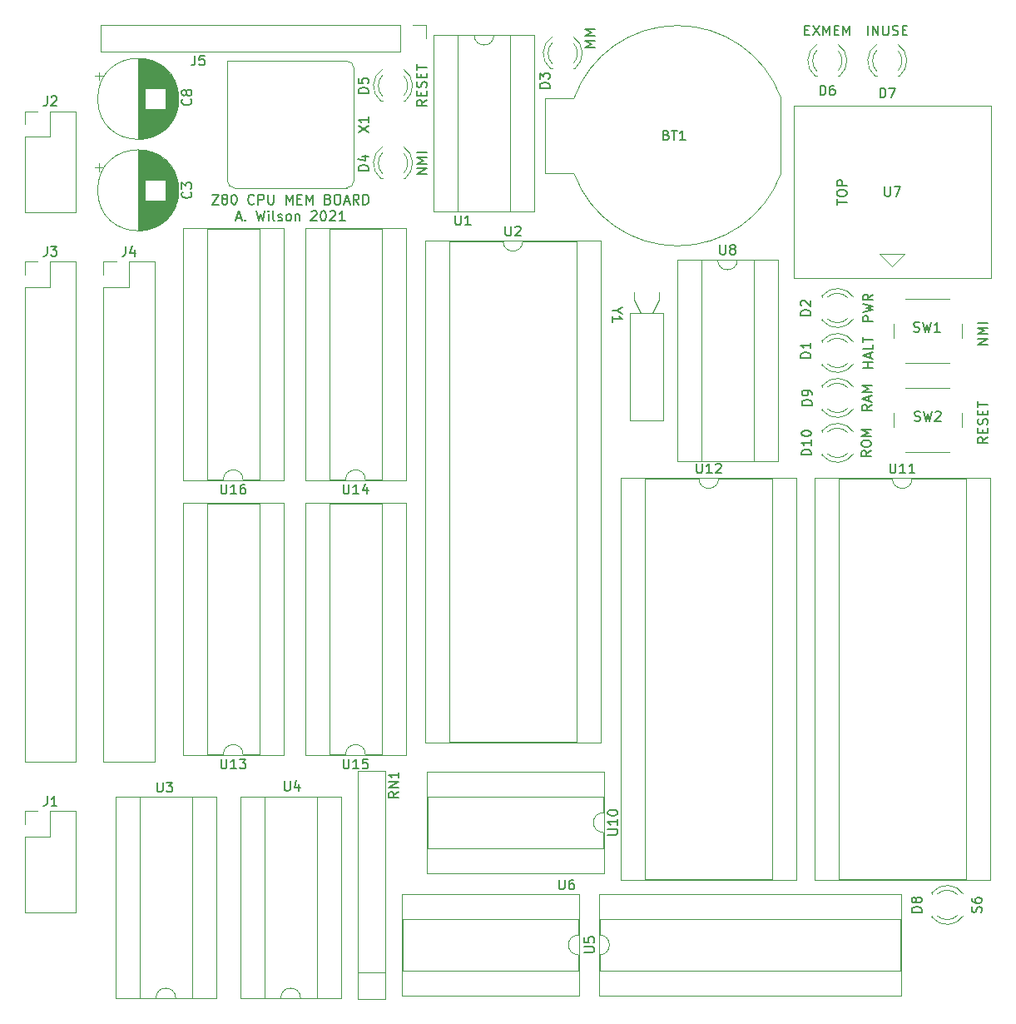
<source format=gbr>
%TF.GenerationSoftware,KiCad,Pcbnew,(5.1.9)-1*%
%TF.CreationDate,2021-05-23T14:47:50-04:00*%
%TF.ProjectId,cpu2,63707532-2e6b-4696-9361-645f70636258,rev?*%
%TF.SameCoordinates,Original*%
%TF.FileFunction,Legend,Top*%
%TF.FilePolarity,Positive*%
%FSLAX46Y46*%
G04 Gerber Fmt 4.6, Leading zero omitted, Abs format (unit mm)*
G04 Created by KiCad (PCBNEW (5.1.9)-1) date 2021-05-23 14:47:50*
%MOMM*%
%LPD*%
G01*
G04 APERTURE LIST*
%ADD10C,0.150000*%
%ADD11C,0.120000*%
G04 APERTURE END LIST*
D10*
X40260000Y-37743380D02*
X40926666Y-37743380D01*
X40260000Y-38743380D01*
X40926666Y-38743380D01*
X41450476Y-38171952D02*
X41355238Y-38124333D01*
X41307619Y-38076714D01*
X41260000Y-37981476D01*
X41260000Y-37933857D01*
X41307619Y-37838619D01*
X41355238Y-37791000D01*
X41450476Y-37743380D01*
X41640952Y-37743380D01*
X41736190Y-37791000D01*
X41783809Y-37838619D01*
X41831428Y-37933857D01*
X41831428Y-37981476D01*
X41783809Y-38076714D01*
X41736190Y-38124333D01*
X41640952Y-38171952D01*
X41450476Y-38171952D01*
X41355238Y-38219571D01*
X41307619Y-38267190D01*
X41260000Y-38362428D01*
X41260000Y-38552904D01*
X41307619Y-38648142D01*
X41355238Y-38695761D01*
X41450476Y-38743380D01*
X41640952Y-38743380D01*
X41736190Y-38695761D01*
X41783809Y-38648142D01*
X41831428Y-38552904D01*
X41831428Y-38362428D01*
X41783809Y-38267190D01*
X41736190Y-38219571D01*
X41640952Y-38171952D01*
X42450476Y-37743380D02*
X42545714Y-37743380D01*
X42640952Y-37791000D01*
X42688571Y-37838619D01*
X42736190Y-37933857D01*
X42783809Y-38124333D01*
X42783809Y-38362428D01*
X42736190Y-38552904D01*
X42688571Y-38648142D01*
X42640952Y-38695761D01*
X42545714Y-38743380D01*
X42450476Y-38743380D01*
X42355238Y-38695761D01*
X42307619Y-38648142D01*
X42260000Y-38552904D01*
X42212380Y-38362428D01*
X42212380Y-38124333D01*
X42260000Y-37933857D01*
X42307619Y-37838619D01*
X42355238Y-37791000D01*
X42450476Y-37743380D01*
X44545714Y-38648142D02*
X44498095Y-38695761D01*
X44355238Y-38743380D01*
X44260000Y-38743380D01*
X44117142Y-38695761D01*
X44021904Y-38600523D01*
X43974285Y-38505285D01*
X43926666Y-38314809D01*
X43926666Y-38171952D01*
X43974285Y-37981476D01*
X44021904Y-37886238D01*
X44117142Y-37791000D01*
X44260000Y-37743380D01*
X44355238Y-37743380D01*
X44498095Y-37791000D01*
X44545714Y-37838619D01*
X44974285Y-38743380D02*
X44974285Y-37743380D01*
X45355238Y-37743380D01*
X45450476Y-37791000D01*
X45498095Y-37838619D01*
X45545714Y-37933857D01*
X45545714Y-38076714D01*
X45498095Y-38171952D01*
X45450476Y-38219571D01*
X45355238Y-38267190D01*
X44974285Y-38267190D01*
X45974285Y-37743380D02*
X45974285Y-38552904D01*
X46021904Y-38648142D01*
X46069523Y-38695761D01*
X46164761Y-38743380D01*
X46355238Y-38743380D01*
X46450476Y-38695761D01*
X46498095Y-38648142D01*
X46545714Y-38552904D01*
X46545714Y-37743380D01*
X47783809Y-38743380D02*
X47783809Y-37743380D01*
X48117142Y-38457666D01*
X48450476Y-37743380D01*
X48450476Y-38743380D01*
X48926666Y-38219571D02*
X49260000Y-38219571D01*
X49402857Y-38743380D02*
X48926666Y-38743380D01*
X48926666Y-37743380D01*
X49402857Y-37743380D01*
X49831428Y-38743380D02*
X49831428Y-37743380D01*
X50164761Y-38457666D01*
X50498095Y-37743380D01*
X50498095Y-38743380D01*
X52069523Y-38219571D02*
X52212380Y-38267190D01*
X52260000Y-38314809D01*
X52307619Y-38410047D01*
X52307619Y-38552904D01*
X52260000Y-38648142D01*
X52212380Y-38695761D01*
X52117142Y-38743380D01*
X51736190Y-38743380D01*
X51736190Y-37743380D01*
X52069523Y-37743380D01*
X52164761Y-37791000D01*
X52212380Y-37838619D01*
X52260000Y-37933857D01*
X52260000Y-38029095D01*
X52212380Y-38124333D01*
X52164761Y-38171952D01*
X52069523Y-38219571D01*
X51736190Y-38219571D01*
X52926666Y-37743380D02*
X53117142Y-37743380D01*
X53212380Y-37791000D01*
X53307619Y-37886238D01*
X53355238Y-38076714D01*
X53355238Y-38410047D01*
X53307619Y-38600523D01*
X53212380Y-38695761D01*
X53117142Y-38743380D01*
X52926666Y-38743380D01*
X52831428Y-38695761D01*
X52736190Y-38600523D01*
X52688571Y-38410047D01*
X52688571Y-38076714D01*
X52736190Y-37886238D01*
X52831428Y-37791000D01*
X52926666Y-37743380D01*
X53736190Y-38457666D02*
X54212380Y-38457666D01*
X53640952Y-38743380D02*
X53974285Y-37743380D01*
X54307619Y-38743380D01*
X55212380Y-38743380D02*
X54879047Y-38267190D01*
X54640952Y-38743380D02*
X54640952Y-37743380D01*
X55021904Y-37743380D01*
X55117142Y-37791000D01*
X55164761Y-37838619D01*
X55212380Y-37933857D01*
X55212380Y-38076714D01*
X55164761Y-38171952D01*
X55117142Y-38219571D01*
X55021904Y-38267190D01*
X54640952Y-38267190D01*
X55640952Y-38743380D02*
X55640952Y-37743380D01*
X55879047Y-37743380D01*
X56021904Y-37791000D01*
X56117142Y-37886238D01*
X56164761Y-37981476D01*
X56212380Y-38171952D01*
X56212380Y-38314809D01*
X56164761Y-38505285D01*
X56117142Y-38600523D01*
X56021904Y-38695761D01*
X55879047Y-38743380D01*
X55640952Y-38743380D01*
X42736190Y-40107666D02*
X43212380Y-40107666D01*
X42640952Y-40393380D02*
X42974285Y-39393380D01*
X43307619Y-40393380D01*
X43640952Y-40298142D02*
X43688571Y-40345761D01*
X43640952Y-40393380D01*
X43593333Y-40345761D01*
X43640952Y-40298142D01*
X43640952Y-40393380D01*
X44783809Y-39393380D02*
X45021904Y-40393380D01*
X45212380Y-39679095D01*
X45402857Y-40393380D01*
X45640952Y-39393380D01*
X46021904Y-40393380D02*
X46021904Y-39726714D01*
X46021904Y-39393380D02*
X45974285Y-39441000D01*
X46021904Y-39488619D01*
X46069523Y-39441000D01*
X46021904Y-39393380D01*
X46021904Y-39488619D01*
X46640952Y-40393380D02*
X46545714Y-40345761D01*
X46498095Y-40250523D01*
X46498095Y-39393380D01*
X46974285Y-40345761D02*
X47069523Y-40393380D01*
X47260000Y-40393380D01*
X47355238Y-40345761D01*
X47402857Y-40250523D01*
X47402857Y-40202904D01*
X47355238Y-40107666D01*
X47260000Y-40060047D01*
X47117142Y-40060047D01*
X47021904Y-40012428D01*
X46974285Y-39917190D01*
X46974285Y-39869571D01*
X47021904Y-39774333D01*
X47117142Y-39726714D01*
X47260000Y-39726714D01*
X47355238Y-39774333D01*
X47974285Y-40393380D02*
X47879047Y-40345761D01*
X47831428Y-40298142D01*
X47783809Y-40202904D01*
X47783809Y-39917190D01*
X47831428Y-39821952D01*
X47879047Y-39774333D01*
X47974285Y-39726714D01*
X48117142Y-39726714D01*
X48212380Y-39774333D01*
X48260000Y-39821952D01*
X48307619Y-39917190D01*
X48307619Y-40202904D01*
X48260000Y-40298142D01*
X48212380Y-40345761D01*
X48117142Y-40393380D01*
X47974285Y-40393380D01*
X48736190Y-39726714D02*
X48736190Y-40393380D01*
X48736190Y-39821952D02*
X48783809Y-39774333D01*
X48879047Y-39726714D01*
X49021904Y-39726714D01*
X49117142Y-39774333D01*
X49164761Y-39869571D01*
X49164761Y-40393380D01*
X50355238Y-39488619D02*
X50402857Y-39441000D01*
X50498095Y-39393380D01*
X50736190Y-39393380D01*
X50831428Y-39441000D01*
X50879047Y-39488619D01*
X50926666Y-39583857D01*
X50926666Y-39679095D01*
X50879047Y-39821952D01*
X50307619Y-40393380D01*
X50926666Y-40393380D01*
X51545714Y-39393380D02*
X51640952Y-39393380D01*
X51736190Y-39441000D01*
X51783809Y-39488619D01*
X51831428Y-39583857D01*
X51879047Y-39774333D01*
X51879047Y-40012428D01*
X51831428Y-40202904D01*
X51783809Y-40298142D01*
X51736190Y-40345761D01*
X51640952Y-40393380D01*
X51545714Y-40393380D01*
X51450476Y-40345761D01*
X51402857Y-40298142D01*
X51355238Y-40202904D01*
X51307619Y-40012428D01*
X51307619Y-39774333D01*
X51355238Y-39583857D01*
X51402857Y-39488619D01*
X51450476Y-39441000D01*
X51545714Y-39393380D01*
X52260000Y-39488619D02*
X52307619Y-39441000D01*
X52402857Y-39393380D01*
X52640952Y-39393380D01*
X52736190Y-39441000D01*
X52783809Y-39488619D01*
X52831428Y-39583857D01*
X52831428Y-39679095D01*
X52783809Y-39821952D01*
X52212380Y-40393380D01*
X52831428Y-40393380D01*
X53783809Y-40393380D02*
X53212380Y-40393380D01*
X53498095Y-40393380D02*
X53498095Y-39393380D01*
X53402857Y-39536238D01*
X53307619Y-39631476D01*
X53212380Y-39679095D01*
D11*
%TO.C,D10*%
X102326000Y-61756000D02*
X102326000Y-61912000D01*
X102326000Y-64072000D02*
X102326000Y-64228000D01*
X104927130Y-64071837D02*
G75*
G02*
X102845039Y-64072000I-1041130J1079837D01*
G01*
X104927130Y-61912163D02*
G75*
G03*
X102845039Y-61912000I-1041130J-1079837D01*
G01*
X105558335Y-64070608D02*
G75*
G02*
X102326000Y-64227516I-1672335J1078608D01*
G01*
X105558335Y-61913392D02*
G75*
G03*
X102326000Y-61756484I-1672335J-1078608D01*
G01*
%TO.C,D9*%
X102326000Y-57184000D02*
X102326000Y-57340000D01*
X102326000Y-59500000D02*
X102326000Y-59656000D01*
X104927130Y-59499837D02*
G75*
G02*
X102845039Y-59500000I-1041130J1079837D01*
G01*
X104927130Y-57340163D02*
G75*
G03*
X102845039Y-57340000I-1041130J-1079837D01*
G01*
X105558335Y-59498608D02*
G75*
G02*
X102326000Y-59655516I-1672335J1078608D01*
G01*
X105558335Y-57341392D02*
G75*
G03*
X102326000Y-57184484I-1672335J-1078608D01*
G01*
%TO.C,D8*%
X113502000Y-108746000D02*
X113502000Y-108902000D01*
X113502000Y-111062000D02*
X113502000Y-111218000D01*
X116103130Y-111061837D02*
G75*
G02*
X114021039Y-111062000I-1041130J1079837D01*
G01*
X116103130Y-108902163D02*
G75*
G03*
X114021039Y-108902000I-1041130J-1079837D01*
G01*
X116734335Y-111060608D02*
G75*
G02*
X113502000Y-111217516I-1672335J1078608D01*
G01*
X116734335Y-108903392D02*
G75*
G03*
X113502000Y-108746484I-1672335J-1078608D01*
G01*
%TO.C,D7*%
X107730000Y-25690000D02*
X107886000Y-25690000D01*
X110046000Y-25690000D02*
X110202000Y-25690000D01*
X110045837Y-23088870D02*
G75*
G02*
X110046000Y-25170961I-1079837J-1041130D01*
G01*
X107886163Y-23088870D02*
G75*
G03*
X107886000Y-25170961I1079837J-1041130D01*
G01*
X110044608Y-22457665D02*
G75*
G02*
X110201516Y-25690000I-1078608J-1672335D01*
G01*
X107887392Y-22457665D02*
G75*
G03*
X107730484Y-25690000I1078608J-1672335D01*
G01*
%TO.C,D6*%
X101634000Y-25690000D02*
X101790000Y-25690000D01*
X103950000Y-25690000D02*
X104106000Y-25690000D01*
X103949837Y-23088870D02*
G75*
G02*
X103950000Y-25170961I-1079837J-1041130D01*
G01*
X101790163Y-23088870D02*
G75*
G03*
X101790000Y-25170961I1079837J-1041130D01*
G01*
X103948608Y-22457665D02*
G75*
G02*
X104105516Y-25690000I-1078608J-1672335D01*
G01*
X101791392Y-22457665D02*
G75*
G03*
X101634484Y-25690000I1078608J-1672335D01*
G01*
%TO.C,J5*%
X28896000Y-20514000D02*
X28896000Y-23174000D01*
X59436000Y-20514000D02*
X28896000Y-20514000D01*
X59436000Y-23174000D02*
X28896000Y-23174000D01*
X59436000Y-20514000D02*
X59436000Y-23174000D01*
X60706000Y-20514000D02*
X62036000Y-20514000D01*
X62036000Y-20514000D02*
X62036000Y-21844000D01*
%TO.C,D5*%
X57438000Y-28230000D02*
X57594000Y-28230000D01*
X59754000Y-28230000D02*
X59910000Y-28230000D01*
X59753837Y-25628870D02*
G75*
G02*
X59754000Y-27710961I-1079837J-1041130D01*
G01*
X57594163Y-25628870D02*
G75*
G03*
X57594000Y-27710961I1079837J-1041130D01*
G01*
X59752608Y-24997665D02*
G75*
G02*
X59909516Y-28230000I-1078608J-1672335D01*
G01*
X57595392Y-24997665D02*
G75*
G03*
X57438484Y-28230000I1078608J-1672335D01*
G01*
%TO.C,D4*%
X57438000Y-36104000D02*
X57594000Y-36104000D01*
X59754000Y-36104000D02*
X59910000Y-36104000D01*
X59753837Y-33502870D02*
G75*
G02*
X59754000Y-35584961I-1079837J-1041130D01*
G01*
X57594163Y-33502870D02*
G75*
G03*
X57594000Y-35584961I1079837J-1041130D01*
G01*
X59752608Y-32871665D02*
G75*
G02*
X59909516Y-36104000I-1078608J-1672335D01*
G01*
X57595392Y-32871665D02*
G75*
G03*
X57438484Y-36104000I1078608J-1672335D01*
G01*
%TO.C,D3*%
X74710000Y-24928000D02*
X74866000Y-24928000D01*
X77026000Y-24928000D02*
X77182000Y-24928000D01*
X77025837Y-22326870D02*
G75*
G02*
X77026000Y-24408961I-1079837J-1041130D01*
G01*
X74866163Y-22326870D02*
G75*
G03*
X74866000Y-24408961I1079837J-1041130D01*
G01*
X77024608Y-21695665D02*
G75*
G02*
X77181516Y-24928000I-1078608J-1672335D01*
G01*
X74867392Y-21695665D02*
G75*
G03*
X74710484Y-24928000I1078608J-1672335D01*
G01*
%TO.C,C3*%
X36870000Y-37300000D02*
G75*
G03*
X36870000Y-37300000I-4120000J0D01*
G01*
X32750000Y-33220000D02*
X32750000Y-41380000D01*
X32790000Y-33220000D02*
X32790000Y-41380000D01*
X32830000Y-33220000D02*
X32830000Y-41380000D01*
X32870000Y-33221000D02*
X32870000Y-41379000D01*
X32910000Y-33223000D02*
X32910000Y-41377000D01*
X32950000Y-33224000D02*
X32950000Y-41376000D01*
X32990000Y-33226000D02*
X32990000Y-41374000D01*
X33030000Y-33229000D02*
X33030000Y-41371000D01*
X33070000Y-33232000D02*
X33070000Y-41368000D01*
X33110000Y-33235000D02*
X33110000Y-41365000D01*
X33150000Y-33239000D02*
X33150000Y-41361000D01*
X33190000Y-33243000D02*
X33190000Y-41357000D01*
X33230000Y-33248000D02*
X33230000Y-41352000D01*
X33270000Y-33252000D02*
X33270000Y-41348000D01*
X33310000Y-33258000D02*
X33310000Y-41342000D01*
X33350000Y-33263000D02*
X33350000Y-41337000D01*
X33390000Y-33270000D02*
X33390000Y-41330000D01*
X33430000Y-33276000D02*
X33430000Y-41324000D01*
X33471000Y-33283000D02*
X33471000Y-36260000D01*
X33471000Y-38340000D02*
X33471000Y-41317000D01*
X33511000Y-33290000D02*
X33511000Y-36260000D01*
X33511000Y-38340000D02*
X33511000Y-41310000D01*
X33551000Y-33298000D02*
X33551000Y-36260000D01*
X33551000Y-38340000D02*
X33551000Y-41302000D01*
X33591000Y-33306000D02*
X33591000Y-36260000D01*
X33591000Y-38340000D02*
X33591000Y-41294000D01*
X33631000Y-33315000D02*
X33631000Y-36260000D01*
X33631000Y-38340000D02*
X33631000Y-41285000D01*
X33671000Y-33324000D02*
X33671000Y-36260000D01*
X33671000Y-38340000D02*
X33671000Y-41276000D01*
X33711000Y-33333000D02*
X33711000Y-36260000D01*
X33711000Y-38340000D02*
X33711000Y-41267000D01*
X33751000Y-33343000D02*
X33751000Y-36260000D01*
X33751000Y-38340000D02*
X33751000Y-41257000D01*
X33791000Y-33353000D02*
X33791000Y-36260000D01*
X33791000Y-38340000D02*
X33791000Y-41247000D01*
X33831000Y-33364000D02*
X33831000Y-36260000D01*
X33831000Y-38340000D02*
X33831000Y-41236000D01*
X33871000Y-33375000D02*
X33871000Y-36260000D01*
X33871000Y-38340000D02*
X33871000Y-41225000D01*
X33911000Y-33386000D02*
X33911000Y-36260000D01*
X33911000Y-38340000D02*
X33911000Y-41214000D01*
X33951000Y-33398000D02*
X33951000Y-36260000D01*
X33951000Y-38340000D02*
X33951000Y-41202000D01*
X33991000Y-33411000D02*
X33991000Y-36260000D01*
X33991000Y-38340000D02*
X33991000Y-41189000D01*
X34031000Y-33423000D02*
X34031000Y-36260000D01*
X34031000Y-38340000D02*
X34031000Y-41177000D01*
X34071000Y-33437000D02*
X34071000Y-36260000D01*
X34071000Y-38340000D02*
X34071000Y-41163000D01*
X34111000Y-33450000D02*
X34111000Y-36260000D01*
X34111000Y-38340000D02*
X34111000Y-41150000D01*
X34151000Y-33465000D02*
X34151000Y-36260000D01*
X34151000Y-38340000D02*
X34151000Y-41135000D01*
X34191000Y-33479000D02*
X34191000Y-36260000D01*
X34191000Y-38340000D02*
X34191000Y-41121000D01*
X34231000Y-33495000D02*
X34231000Y-36260000D01*
X34231000Y-38340000D02*
X34231000Y-41105000D01*
X34271000Y-33510000D02*
X34271000Y-36260000D01*
X34271000Y-38340000D02*
X34271000Y-41090000D01*
X34311000Y-33526000D02*
X34311000Y-36260000D01*
X34311000Y-38340000D02*
X34311000Y-41074000D01*
X34351000Y-33543000D02*
X34351000Y-36260000D01*
X34351000Y-38340000D02*
X34351000Y-41057000D01*
X34391000Y-33560000D02*
X34391000Y-36260000D01*
X34391000Y-38340000D02*
X34391000Y-41040000D01*
X34431000Y-33578000D02*
X34431000Y-36260000D01*
X34431000Y-38340000D02*
X34431000Y-41022000D01*
X34471000Y-33596000D02*
X34471000Y-36260000D01*
X34471000Y-38340000D02*
X34471000Y-41004000D01*
X34511000Y-33614000D02*
X34511000Y-36260000D01*
X34511000Y-38340000D02*
X34511000Y-40986000D01*
X34551000Y-33634000D02*
X34551000Y-36260000D01*
X34551000Y-38340000D02*
X34551000Y-40966000D01*
X34591000Y-33653000D02*
X34591000Y-36260000D01*
X34591000Y-38340000D02*
X34591000Y-40947000D01*
X34631000Y-33673000D02*
X34631000Y-36260000D01*
X34631000Y-38340000D02*
X34631000Y-40927000D01*
X34671000Y-33694000D02*
X34671000Y-36260000D01*
X34671000Y-38340000D02*
X34671000Y-40906000D01*
X34711000Y-33716000D02*
X34711000Y-36260000D01*
X34711000Y-38340000D02*
X34711000Y-40884000D01*
X34751000Y-33738000D02*
X34751000Y-36260000D01*
X34751000Y-38340000D02*
X34751000Y-40862000D01*
X34791000Y-33760000D02*
X34791000Y-36260000D01*
X34791000Y-38340000D02*
X34791000Y-40840000D01*
X34831000Y-33783000D02*
X34831000Y-36260000D01*
X34831000Y-38340000D02*
X34831000Y-40817000D01*
X34871000Y-33807000D02*
X34871000Y-36260000D01*
X34871000Y-38340000D02*
X34871000Y-40793000D01*
X34911000Y-33831000D02*
X34911000Y-36260000D01*
X34911000Y-38340000D02*
X34911000Y-40769000D01*
X34951000Y-33856000D02*
X34951000Y-36260000D01*
X34951000Y-38340000D02*
X34951000Y-40744000D01*
X34991000Y-33882000D02*
X34991000Y-36260000D01*
X34991000Y-38340000D02*
X34991000Y-40718000D01*
X35031000Y-33908000D02*
X35031000Y-36260000D01*
X35031000Y-38340000D02*
X35031000Y-40692000D01*
X35071000Y-33935000D02*
X35071000Y-36260000D01*
X35071000Y-38340000D02*
X35071000Y-40665000D01*
X35111000Y-33962000D02*
X35111000Y-36260000D01*
X35111000Y-38340000D02*
X35111000Y-40638000D01*
X35151000Y-33991000D02*
X35151000Y-36260000D01*
X35151000Y-38340000D02*
X35151000Y-40609000D01*
X35191000Y-34020000D02*
X35191000Y-36260000D01*
X35191000Y-38340000D02*
X35191000Y-40580000D01*
X35231000Y-34050000D02*
X35231000Y-36260000D01*
X35231000Y-38340000D02*
X35231000Y-40550000D01*
X35271000Y-34080000D02*
X35271000Y-36260000D01*
X35271000Y-38340000D02*
X35271000Y-40520000D01*
X35311000Y-34111000D02*
X35311000Y-36260000D01*
X35311000Y-38340000D02*
X35311000Y-40489000D01*
X35351000Y-34144000D02*
X35351000Y-36260000D01*
X35351000Y-38340000D02*
X35351000Y-40456000D01*
X35391000Y-34176000D02*
X35391000Y-36260000D01*
X35391000Y-38340000D02*
X35391000Y-40424000D01*
X35431000Y-34210000D02*
X35431000Y-36260000D01*
X35431000Y-38340000D02*
X35431000Y-40390000D01*
X35471000Y-34245000D02*
X35471000Y-36260000D01*
X35471000Y-38340000D02*
X35471000Y-40355000D01*
X35511000Y-34281000D02*
X35511000Y-36260000D01*
X35511000Y-38340000D02*
X35511000Y-40319000D01*
X35551000Y-34317000D02*
X35551000Y-40283000D01*
X35591000Y-34355000D02*
X35591000Y-40245000D01*
X35631000Y-34393000D02*
X35631000Y-40207000D01*
X35671000Y-34433000D02*
X35671000Y-40167000D01*
X35711000Y-34474000D02*
X35711000Y-40126000D01*
X35751000Y-34516000D02*
X35751000Y-40084000D01*
X35791000Y-34559000D02*
X35791000Y-40041000D01*
X35831000Y-34603000D02*
X35831000Y-39997000D01*
X35871000Y-34649000D02*
X35871000Y-39951000D01*
X35911000Y-34696000D02*
X35911000Y-39904000D01*
X35951000Y-34744000D02*
X35951000Y-39856000D01*
X35991000Y-34795000D02*
X35991000Y-39805000D01*
X36031000Y-34846000D02*
X36031000Y-39754000D01*
X36071000Y-34900000D02*
X36071000Y-39700000D01*
X36111000Y-34955000D02*
X36111000Y-39645000D01*
X36151000Y-35013000D02*
X36151000Y-39587000D01*
X36191000Y-35072000D02*
X36191000Y-39528000D01*
X36231000Y-35134000D02*
X36231000Y-39466000D01*
X36271000Y-35198000D02*
X36271000Y-39402000D01*
X36311000Y-35266000D02*
X36311000Y-39334000D01*
X36351000Y-35336000D02*
X36351000Y-39264000D01*
X36391000Y-35410000D02*
X36391000Y-39190000D01*
X36431000Y-35487000D02*
X36431000Y-39113000D01*
X36471000Y-35569000D02*
X36471000Y-39031000D01*
X36511000Y-35655000D02*
X36511000Y-38945000D01*
X36551000Y-35748000D02*
X36551000Y-38852000D01*
X36591000Y-35847000D02*
X36591000Y-38753000D01*
X36631000Y-35954000D02*
X36631000Y-38646000D01*
X36671000Y-36071000D02*
X36671000Y-38529000D01*
X36711000Y-36202000D02*
X36711000Y-38398000D01*
X36751000Y-36352000D02*
X36751000Y-38248000D01*
X36791000Y-36532000D02*
X36791000Y-38068000D01*
X36831000Y-36767000D02*
X36831000Y-37833000D01*
X28340302Y-34985000D02*
X29140302Y-34985000D01*
X28740302Y-34585000D02*
X28740302Y-35385000D01*
%TO.C,SW2*%
X116582000Y-61420000D02*
X116582000Y-59920000D01*
X115332000Y-57420000D02*
X110832000Y-57420000D01*
X109582000Y-59920000D02*
X109582000Y-61420000D01*
X110832000Y-63920000D02*
X115332000Y-63920000D01*
%TO.C,SW1*%
X116582000Y-52348000D02*
X116582000Y-50848000D01*
X115332000Y-48348000D02*
X110832000Y-48348000D01*
X109582000Y-50848000D02*
X109582000Y-52348000D01*
X110832000Y-54848000D02*
X115332000Y-54848000D01*
%TO.C,U8*%
X91710000Y-44390000D02*
X90060000Y-44390000D01*
X90060000Y-44390000D02*
X90060000Y-64830000D01*
X90060000Y-64830000D02*
X95360000Y-64830000D01*
X95360000Y-64830000D02*
X95360000Y-44390000D01*
X95360000Y-44390000D02*
X93710000Y-44390000D01*
X87570000Y-44330000D02*
X87570000Y-64890000D01*
X87570000Y-64890000D02*
X97850000Y-64890000D01*
X97850000Y-64890000D02*
X97850000Y-44330000D01*
X97850000Y-44330000D02*
X87570000Y-44330000D01*
X93710000Y-44390000D02*
G75*
G02*
X91710000Y-44390000I-1000000J0D01*
G01*
%TO.C,Y1*%
X85725000Y-48390000D02*
X85725000Y-47690000D01*
X85055000Y-49790000D02*
X85725000Y-48390000D01*
X83185000Y-48390000D02*
X83185000Y-47690000D01*
X83855000Y-49790000D02*
X83185000Y-48390000D01*
X86155000Y-49790000D02*
X82755000Y-49790000D01*
X86155000Y-60690000D02*
X86155000Y-49790000D01*
X82755000Y-60690000D02*
X86155000Y-60690000D01*
X82755000Y-49790000D02*
X82755000Y-60690000D01*
%TO.C,BT1*%
X74130000Y-27950000D02*
X77030000Y-27950000D01*
X74130000Y-35550000D02*
X74130000Y-27950000D01*
X77030000Y-35550000D02*
X74130000Y-35550000D01*
X98130000Y-27850000D02*
X98130000Y-35650000D01*
X98129999Y-35650000D02*
G75*
G02*
X77130001Y-35649999I-10499999J3900000D01*
G01*
X77097630Y-27938285D02*
G75*
G02*
X98129999Y-27850001I10532370J-3811715D01*
G01*
%TO.C,C8*%
X36870000Y-28000000D02*
G75*
G03*
X36870000Y-28000000I-4120000J0D01*
G01*
X32750000Y-23920000D02*
X32750000Y-32080000D01*
X32790000Y-23920000D02*
X32790000Y-32080000D01*
X32830000Y-23920000D02*
X32830000Y-32080000D01*
X32870000Y-23921000D02*
X32870000Y-32079000D01*
X32910000Y-23923000D02*
X32910000Y-32077000D01*
X32950000Y-23924000D02*
X32950000Y-32076000D01*
X32990000Y-23926000D02*
X32990000Y-32074000D01*
X33030000Y-23929000D02*
X33030000Y-32071000D01*
X33070000Y-23932000D02*
X33070000Y-32068000D01*
X33110000Y-23935000D02*
X33110000Y-32065000D01*
X33150000Y-23939000D02*
X33150000Y-32061000D01*
X33190000Y-23943000D02*
X33190000Y-32057000D01*
X33230000Y-23948000D02*
X33230000Y-32052000D01*
X33270000Y-23952000D02*
X33270000Y-32048000D01*
X33310000Y-23958000D02*
X33310000Y-32042000D01*
X33350000Y-23963000D02*
X33350000Y-32037000D01*
X33390000Y-23970000D02*
X33390000Y-32030000D01*
X33430000Y-23976000D02*
X33430000Y-32024000D01*
X33471000Y-23983000D02*
X33471000Y-26960000D01*
X33471000Y-29040000D02*
X33471000Y-32017000D01*
X33511000Y-23990000D02*
X33511000Y-26960000D01*
X33511000Y-29040000D02*
X33511000Y-32010000D01*
X33551000Y-23998000D02*
X33551000Y-26960000D01*
X33551000Y-29040000D02*
X33551000Y-32002000D01*
X33591000Y-24006000D02*
X33591000Y-26960000D01*
X33591000Y-29040000D02*
X33591000Y-31994000D01*
X33631000Y-24015000D02*
X33631000Y-26960000D01*
X33631000Y-29040000D02*
X33631000Y-31985000D01*
X33671000Y-24024000D02*
X33671000Y-26960000D01*
X33671000Y-29040000D02*
X33671000Y-31976000D01*
X33711000Y-24033000D02*
X33711000Y-26960000D01*
X33711000Y-29040000D02*
X33711000Y-31967000D01*
X33751000Y-24043000D02*
X33751000Y-26960000D01*
X33751000Y-29040000D02*
X33751000Y-31957000D01*
X33791000Y-24053000D02*
X33791000Y-26960000D01*
X33791000Y-29040000D02*
X33791000Y-31947000D01*
X33831000Y-24064000D02*
X33831000Y-26960000D01*
X33831000Y-29040000D02*
X33831000Y-31936000D01*
X33871000Y-24075000D02*
X33871000Y-26960000D01*
X33871000Y-29040000D02*
X33871000Y-31925000D01*
X33911000Y-24086000D02*
X33911000Y-26960000D01*
X33911000Y-29040000D02*
X33911000Y-31914000D01*
X33951000Y-24098000D02*
X33951000Y-26960000D01*
X33951000Y-29040000D02*
X33951000Y-31902000D01*
X33991000Y-24111000D02*
X33991000Y-26960000D01*
X33991000Y-29040000D02*
X33991000Y-31889000D01*
X34031000Y-24123000D02*
X34031000Y-26960000D01*
X34031000Y-29040000D02*
X34031000Y-31877000D01*
X34071000Y-24137000D02*
X34071000Y-26960000D01*
X34071000Y-29040000D02*
X34071000Y-31863000D01*
X34111000Y-24150000D02*
X34111000Y-26960000D01*
X34111000Y-29040000D02*
X34111000Y-31850000D01*
X34151000Y-24165000D02*
X34151000Y-26960000D01*
X34151000Y-29040000D02*
X34151000Y-31835000D01*
X34191000Y-24179000D02*
X34191000Y-26960000D01*
X34191000Y-29040000D02*
X34191000Y-31821000D01*
X34231000Y-24195000D02*
X34231000Y-26960000D01*
X34231000Y-29040000D02*
X34231000Y-31805000D01*
X34271000Y-24210000D02*
X34271000Y-26960000D01*
X34271000Y-29040000D02*
X34271000Y-31790000D01*
X34311000Y-24226000D02*
X34311000Y-26960000D01*
X34311000Y-29040000D02*
X34311000Y-31774000D01*
X34351000Y-24243000D02*
X34351000Y-26960000D01*
X34351000Y-29040000D02*
X34351000Y-31757000D01*
X34391000Y-24260000D02*
X34391000Y-26960000D01*
X34391000Y-29040000D02*
X34391000Y-31740000D01*
X34431000Y-24278000D02*
X34431000Y-26960000D01*
X34431000Y-29040000D02*
X34431000Y-31722000D01*
X34471000Y-24296000D02*
X34471000Y-26960000D01*
X34471000Y-29040000D02*
X34471000Y-31704000D01*
X34511000Y-24314000D02*
X34511000Y-26960000D01*
X34511000Y-29040000D02*
X34511000Y-31686000D01*
X34551000Y-24334000D02*
X34551000Y-26960000D01*
X34551000Y-29040000D02*
X34551000Y-31666000D01*
X34591000Y-24353000D02*
X34591000Y-26960000D01*
X34591000Y-29040000D02*
X34591000Y-31647000D01*
X34631000Y-24373000D02*
X34631000Y-26960000D01*
X34631000Y-29040000D02*
X34631000Y-31627000D01*
X34671000Y-24394000D02*
X34671000Y-26960000D01*
X34671000Y-29040000D02*
X34671000Y-31606000D01*
X34711000Y-24416000D02*
X34711000Y-26960000D01*
X34711000Y-29040000D02*
X34711000Y-31584000D01*
X34751000Y-24438000D02*
X34751000Y-26960000D01*
X34751000Y-29040000D02*
X34751000Y-31562000D01*
X34791000Y-24460000D02*
X34791000Y-26960000D01*
X34791000Y-29040000D02*
X34791000Y-31540000D01*
X34831000Y-24483000D02*
X34831000Y-26960000D01*
X34831000Y-29040000D02*
X34831000Y-31517000D01*
X34871000Y-24507000D02*
X34871000Y-26960000D01*
X34871000Y-29040000D02*
X34871000Y-31493000D01*
X34911000Y-24531000D02*
X34911000Y-26960000D01*
X34911000Y-29040000D02*
X34911000Y-31469000D01*
X34951000Y-24556000D02*
X34951000Y-26960000D01*
X34951000Y-29040000D02*
X34951000Y-31444000D01*
X34991000Y-24582000D02*
X34991000Y-26960000D01*
X34991000Y-29040000D02*
X34991000Y-31418000D01*
X35031000Y-24608000D02*
X35031000Y-26960000D01*
X35031000Y-29040000D02*
X35031000Y-31392000D01*
X35071000Y-24635000D02*
X35071000Y-26960000D01*
X35071000Y-29040000D02*
X35071000Y-31365000D01*
X35111000Y-24662000D02*
X35111000Y-26960000D01*
X35111000Y-29040000D02*
X35111000Y-31338000D01*
X35151000Y-24691000D02*
X35151000Y-26960000D01*
X35151000Y-29040000D02*
X35151000Y-31309000D01*
X35191000Y-24720000D02*
X35191000Y-26960000D01*
X35191000Y-29040000D02*
X35191000Y-31280000D01*
X35231000Y-24750000D02*
X35231000Y-26960000D01*
X35231000Y-29040000D02*
X35231000Y-31250000D01*
X35271000Y-24780000D02*
X35271000Y-26960000D01*
X35271000Y-29040000D02*
X35271000Y-31220000D01*
X35311000Y-24811000D02*
X35311000Y-26960000D01*
X35311000Y-29040000D02*
X35311000Y-31189000D01*
X35351000Y-24844000D02*
X35351000Y-26960000D01*
X35351000Y-29040000D02*
X35351000Y-31156000D01*
X35391000Y-24876000D02*
X35391000Y-26960000D01*
X35391000Y-29040000D02*
X35391000Y-31124000D01*
X35431000Y-24910000D02*
X35431000Y-26960000D01*
X35431000Y-29040000D02*
X35431000Y-31090000D01*
X35471000Y-24945000D02*
X35471000Y-26960000D01*
X35471000Y-29040000D02*
X35471000Y-31055000D01*
X35511000Y-24981000D02*
X35511000Y-26960000D01*
X35511000Y-29040000D02*
X35511000Y-31019000D01*
X35551000Y-25017000D02*
X35551000Y-30983000D01*
X35591000Y-25055000D02*
X35591000Y-30945000D01*
X35631000Y-25093000D02*
X35631000Y-30907000D01*
X35671000Y-25133000D02*
X35671000Y-30867000D01*
X35711000Y-25174000D02*
X35711000Y-30826000D01*
X35751000Y-25216000D02*
X35751000Y-30784000D01*
X35791000Y-25259000D02*
X35791000Y-30741000D01*
X35831000Y-25303000D02*
X35831000Y-30697000D01*
X35871000Y-25349000D02*
X35871000Y-30651000D01*
X35911000Y-25396000D02*
X35911000Y-30604000D01*
X35951000Y-25444000D02*
X35951000Y-30556000D01*
X35991000Y-25495000D02*
X35991000Y-30505000D01*
X36031000Y-25546000D02*
X36031000Y-30454000D01*
X36071000Y-25600000D02*
X36071000Y-30400000D01*
X36111000Y-25655000D02*
X36111000Y-30345000D01*
X36151000Y-25713000D02*
X36151000Y-30287000D01*
X36191000Y-25772000D02*
X36191000Y-30228000D01*
X36231000Y-25834000D02*
X36231000Y-30166000D01*
X36271000Y-25898000D02*
X36271000Y-30102000D01*
X36311000Y-25966000D02*
X36311000Y-30034000D01*
X36351000Y-26036000D02*
X36351000Y-29964000D01*
X36391000Y-26110000D02*
X36391000Y-29890000D01*
X36431000Y-26187000D02*
X36431000Y-29813000D01*
X36471000Y-26269000D02*
X36471000Y-29731000D01*
X36511000Y-26355000D02*
X36511000Y-29645000D01*
X36551000Y-26448000D02*
X36551000Y-29552000D01*
X36591000Y-26547000D02*
X36591000Y-29453000D01*
X36631000Y-26654000D02*
X36631000Y-29346000D01*
X36671000Y-26771000D02*
X36671000Y-29229000D01*
X36711000Y-26902000D02*
X36711000Y-29098000D01*
X36751000Y-27052000D02*
X36751000Y-28948000D01*
X36791000Y-27232000D02*
X36791000Y-28768000D01*
X36831000Y-27467000D02*
X36831000Y-28533000D01*
X28340302Y-25685000D02*
X29140302Y-25685000D01*
X28740302Y-25285000D02*
X28740302Y-26085000D01*
%TO.C,U10*%
X80070000Y-100600000D02*
X80070000Y-98950000D01*
X80070000Y-98950000D02*
X62170000Y-98950000D01*
X62170000Y-98950000D02*
X62170000Y-104250000D01*
X62170000Y-104250000D02*
X80070000Y-104250000D01*
X80070000Y-104250000D02*
X80070000Y-102600000D01*
X80130000Y-96460000D02*
X62110000Y-96460000D01*
X62110000Y-96460000D02*
X62110000Y-106740000D01*
X62110000Y-106740000D02*
X80130000Y-106740000D01*
X80130000Y-106740000D02*
X80130000Y-96460000D01*
X80070000Y-102600000D02*
G75*
G02*
X80070000Y-100600000I0J1000000D01*
G01*
%TO.C,U6*%
X77530000Y-113046000D02*
X77530000Y-111396000D01*
X77530000Y-111396000D02*
X59630000Y-111396000D01*
X59630000Y-111396000D02*
X59630000Y-116696000D01*
X59630000Y-116696000D02*
X77530000Y-116696000D01*
X77530000Y-116696000D02*
X77530000Y-115046000D01*
X77590000Y-108906000D02*
X59570000Y-108906000D01*
X59570000Y-108906000D02*
X59570000Y-119186000D01*
X59570000Y-119186000D02*
X77590000Y-119186000D01*
X77590000Y-119186000D02*
X77590000Y-108906000D01*
X77530000Y-115046000D02*
G75*
G02*
X77530000Y-113046000I0J1000000D01*
G01*
%TO.C,U1*%
X66945000Y-21530000D02*
X65295000Y-21530000D01*
X65295000Y-21530000D02*
X65295000Y-39430000D01*
X65295000Y-39430000D02*
X70595000Y-39430000D01*
X70595000Y-39430000D02*
X70595000Y-21530000D01*
X70595000Y-21530000D02*
X68945000Y-21530000D01*
X62805000Y-21470000D02*
X62805000Y-39490000D01*
X62805000Y-39490000D02*
X73085000Y-39490000D01*
X73085000Y-39490000D02*
X73085000Y-21470000D01*
X73085000Y-21470000D02*
X62805000Y-21470000D01*
X68945000Y-21530000D02*
G75*
G02*
X66945000Y-21530000I-1000000J0D01*
G01*
%TO.C,U5*%
X79696000Y-115046000D02*
X79696000Y-116696000D01*
X79696000Y-116696000D02*
X110296000Y-116696000D01*
X110296000Y-116696000D02*
X110296000Y-111396000D01*
X110296000Y-111396000D02*
X79696000Y-111396000D01*
X79696000Y-111396000D02*
X79696000Y-113046000D01*
X79636000Y-119186000D02*
X110356000Y-119186000D01*
X110356000Y-119186000D02*
X110356000Y-108906000D01*
X110356000Y-108906000D02*
X79636000Y-108906000D01*
X79636000Y-108906000D02*
X79636000Y-119186000D01*
X79696000Y-113046000D02*
G75*
G02*
X79696000Y-115046000I0J-1000000D01*
G01*
%TO.C,U4*%
X49260000Y-119440000D02*
X50910000Y-119440000D01*
X50910000Y-119440000D02*
X50910000Y-99000000D01*
X50910000Y-99000000D02*
X45610000Y-99000000D01*
X45610000Y-99000000D02*
X45610000Y-119440000D01*
X45610000Y-119440000D02*
X47260000Y-119440000D01*
X53400000Y-119500000D02*
X53400000Y-98940000D01*
X53400000Y-98940000D02*
X43120000Y-98940000D01*
X43120000Y-98940000D02*
X43120000Y-119500000D01*
X43120000Y-119500000D02*
X53400000Y-119500000D01*
X47260000Y-119440000D02*
G75*
G02*
X49260000Y-119440000I1000000J0D01*
G01*
%TO.C,U3*%
X36560000Y-119440000D02*
X38210000Y-119440000D01*
X38210000Y-119440000D02*
X38210000Y-99000000D01*
X38210000Y-99000000D02*
X32910000Y-99000000D01*
X32910000Y-99000000D02*
X32910000Y-119440000D01*
X32910000Y-119440000D02*
X34560000Y-119440000D01*
X40700000Y-119500000D02*
X40700000Y-98940000D01*
X40700000Y-98940000D02*
X30420000Y-98940000D01*
X30420000Y-98940000D02*
X30420000Y-119500000D01*
X30420000Y-119500000D02*
X40700000Y-119500000D01*
X34560000Y-119440000D02*
G75*
G02*
X36560000Y-119440000I1000000J0D01*
G01*
%TO.C,U2*%
X69879000Y-42485000D02*
X64419000Y-42485000D01*
X64419000Y-42485000D02*
X64419000Y-93405000D01*
X64419000Y-93405000D02*
X77339000Y-93405000D01*
X77339000Y-93405000D02*
X77339000Y-42485000D01*
X77339000Y-42485000D02*
X71879000Y-42485000D01*
X61929000Y-42425000D02*
X61929000Y-93465000D01*
X61929000Y-93465000D02*
X79829000Y-93465000D01*
X79829000Y-93465000D02*
X79829000Y-42425000D01*
X79829000Y-42425000D02*
X61929000Y-42425000D01*
X71879000Y-42485000D02*
G75*
G02*
X69879000Y-42485000I-1000000J0D01*
G01*
%TO.C,U12*%
X99755000Y-66555000D02*
X81855000Y-66555000D01*
X99755000Y-107435000D02*
X99755000Y-66555000D01*
X81855000Y-107435000D02*
X99755000Y-107435000D01*
X81855000Y-66555000D02*
X81855000Y-107435000D01*
X97265000Y-66615000D02*
X91805000Y-66615000D01*
X97265000Y-107375000D02*
X97265000Y-66615000D01*
X84345000Y-107375000D02*
X97265000Y-107375000D01*
X84345000Y-66615000D02*
X84345000Y-107375000D01*
X89805000Y-66615000D02*
X84345000Y-66615000D01*
X91805000Y-66615000D02*
G75*
G02*
X89805000Y-66615000I-1000000J0D01*
G01*
%TO.C,U11*%
X109490000Y-66615000D02*
X104030000Y-66615000D01*
X104030000Y-66615000D02*
X104030000Y-107375000D01*
X104030000Y-107375000D02*
X116950000Y-107375000D01*
X116950000Y-107375000D02*
X116950000Y-66615000D01*
X116950000Y-66615000D02*
X111490000Y-66615000D01*
X101540000Y-66555000D02*
X101540000Y-107435000D01*
X101540000Y-107435000D02*
X119440000Y-107435000D01*
X119440000Y-107435000D02*
X119440000Y-66555000D01*
X119440000Y-66555000D02*
X101540000Y-66555000D01*
X111490000Y-66615000D02*
G75*
G02*
X109490000Y-66615000I-1000000J0D01*
G01*
%TO.C,U16*%
X43418000Y-66735000D02*
X45068000Y-66735000D01*
X45068000Y-66735000D02*
X45068000Y-41215000D01*
X45068000Y-41215000D02*
X39768000Y-41215000D01*
X39768000Y-41215000D02*
X39768000Y-66735000D01*
X39768000Y-66735000D02*
X41418000Y-66735000D01*
X47558000Y-66795000D02*
X47558000Y-41155000D01*
X47558000Y-41155000D02*
X37278000Y-41155000D01*
X37278000Y-41155000D02*
X37278000Y-66795000D01*
X37278000Y-66795000D02*
X47558000Y-66795000D01*
X41418000Y-66735000D02*
G75*
G02*
X43418000Y-66735000I1000000J0D01*
G01*
%TO.C,U15*%
X55864000Y-94675000D02*
X57514000Y-94675000D01*
X57514000Y-94675000D02*
X57514000Y-69155000D01*
X57514000Y-69155000D02*
X52214000Y-69155000D01*
X52214000Y-69155000D02*
X52214000Y-94675000D01*
X52214000Y-94675000D02*
X53864000Y-94675000D01*
X60004000Y-94735000D02*
X60004000Y-69095000D01*
X60004000Y-69095000D02*
X49724000Y-69095000D01*
X49724000Y-69095000D02*
X49724000Y-94735000D01*
X49724000Y-94735000D02*
X60004000Y-94735000D01*
X53864000Y-94675000D02*
G75*
G02*
X55864000Y-94675000I1000000J0D01*
G01*
%TO.C,U14*%
X55864000Y-66735000D02*
X57514000Y-66735000D01*
X57514000Y-66735000D02*
X57514000Y-41215000D01*
X57514000Y-41215000D02*
X52214000Y-41215000D01*
X52214000Y-41215000D02*
X52214000Y-66735000D01*
X52214000Y-66735000D02*
X53864000Y-66735000D01*
X60004000Y-66795000D02*
X60004000Y-41155000D01*
X60004000Y-41155000D02*
X49724000Y-41155000D01*
X49724000Y-41155000D02*
X49724000Y-66795000D01*
X49724000Y-66795000D02*
X60004000Y-66795000D01*
X53864000Y-66735000D02*
G75*
G02*
X55864000Y-66735000I1000000J0D01*
G01*
%TO.C,U13*%
X37278000Y-94735000D02*
X47558000Y-94735000D01*
X37278000Y-69095000D02*
X37278000Y-94735000D01*
X47558000Y-69095000D02*
X37278000Y-69095000D01*
X47558000Y-94735000D02*
X47558000Y-69095000D01*
X39768000Y-94675000D02*
X41418000Y-94675000D01*
X39768000Y-69155000D02*
X39768000Y-94675000D01*
X45068000Y-69155000D02*
X39768000Y-69155000D01*
X45068000Y-94675000D02*
X45068000Y-69155000D01*
X43418000Y-94675000D02*
X45068000Y-94675000D01*
X41418000Y-94675000D02*
G75*
G02*
X43418000Y-94675000I1000000J0D01*
G01*
%TO.C,J2*%
X21210000Y-29270000D02*
X22540000Y-29270000D01*
X21210000Y-30600000D02*
X21210000Y-29270000D01*
X23810000Y-29270000D02*
X26410000Y-29270000D01*
X23810000Y-31870000D02*
X23810000Y-29270000D01*
X21210000Y-31870000D02*
X23810000Y-31870000D01*
X26410000Y-29270000D02*
X26410000Y-39550000D01*
X21210000Y-31870000D02*
X21210000Y-39550000D01*
X21210000Y-39550000D02*
X26410000Y-39550000D01*
%TO.C,J1*%
X21210000Y-110730000D02*
X26410000Y-110730000D01*
X21210000Y-103050000D02*
X21210000Y-110730000D01*
X26410000Y-100450000D02*
X26410000Y-110730000D01*
X21210000Y-103050000D02*
X23810000Y-103050000D01*
X23810000Y-103050000D02*
X23810000Y-100450000D01*
X23810000Y-100450000D02*
X26410000Y-100450000D01*
X21210000Y-101780000D02*
X21210000Y-100450000D01*
X21210000Y-100450000D02*
X22540000Y-100450000D01*
%TO.C,D2*%
X102326000Y-48040000D02*
X102326000Y-48196000D01*
X102326000Y-50356000D02*
X102326000Y-50512000D01*
X104927130Y-50355837D02*
G75*
G02*
X102845039Y-50356000I-1041130J1079837D01*
G01*
X104927130Y-48196163D02*
G75*
G03*
X102845039Y-48196000I-1041130J-1079837D01*
G01*
X105558335Y-50354608D02*
G75*
G02*
X102326000Y-50511516I-1672335J1078608D01*
G01*
X105558335Y-48197392D02*
G75*
G03*
X102326000Y-48040484I-1672335J-1078608D01*
G01*
%TO.C,J4*%
X29210000Y-95460000D02*
X34410000Y-95460000D01*
X29210000Y-47140000D02*
X29210000Y-95460000D01*
X34410000Y-44540000D02*
X34410000Y-95460000D01*
X29210000Y-47140000D02*
X31810000Y-47140000D01*
X31810000Y-47140000D02*
X31810000Y-44540000D01*
X31810000Y-44540000D02*
X34410000Y-44540000D01*
X29210000Y-45870000D02*
X29210000Y-44540000D01*
X29210000Y-44540000D02*
X30540000Y-44540000D01*
%TO.C,X1*%
X41810000Y-24157000D02*
X41810000Y-36307000D01*
X42560000Y-37057000D02*
X53960000Y-37057000D01*
X54710000Y-36307000D02*
X54710000Y-24907000D01*
X53960000Y-24157000D02*
X41810000Y-24157000D01*
X41810000Y-36307000D02*
G75*
G03*
X42560000Y-37057000I750000J0D01*
G01*
X53960000Y-37057000D02*
G75*
G03*
X54710000Y-36307000I0J750000D01*
G01*
X54710000Y-24907000D02*
G75*
G03*
X53960000Y-24157000I-750000J0D01*
G01*
%TO.C,D1*%
X102326000Y-52612000D02*
X102326000Y-52768000D01*
X102326000Y-54928000D02*
X102326000Y-55084000D01*
X104927130Y-54927837D02*
G75*
G02*
X102845039Y-54928000I-1041130J1079837D01*
G01*
X104927130Y-52768163D02*
G75*
G03*
X102845039Y-52768000I-1041130J-1079837D01*
G01*
X105558335Y-54926608D02*
G75*
G02*
X102326000Y-55083516I-1672335J1078608D01*
G01*
X105558335Y-52769392D02*
G75*
G03*
X102326000Y-52612484I-1672335J-1078608D01*
G01*
%TO.C,U7*%
X119524000Y-28715000D02*
X99424000Y-28715000D01*
X119524000Y-46215000D02*
X99424000Y-46215000D01*
X99424000Y-46215000D02*
X99424000Y-28715000D01*
X119524000Y-28715000D02*
X119524000Y-46215000D01*
X109474000Y-45085000D02*
X108204000Y-43815000D01*
X108204000Y-43815000D02*
X110744000Y-43815000D01*
X110744000Y-43815000D02*
X109474000Y-45085000D01*
%TO.C,RN1*%
X55115000Y-116840000D02*
X57915000Y-116840000D01*
X55115000Y-96350000D02*
X55115000Y-119550000D01*
X57915000Y-96350000D02*
X55115000Y-96350000D01*
X57915000Y-119550000D02*
X57915000Y-96350000D01*
X55115000Y-119550000D02*
X57915000Y-119550000D01*
%TO.C,J3*%
X21210000Y-44540000D02*
X22540000Y-44540000D01*
X21210000Y-45870000D02*
X21210000Y-44540000D01*
X23810000Y-44540000D02*
X26410000Y-44540000D01*
X23810000Y-47140000D02*
X23810000Y-44540000D01*
X21210000Y-47140000D02*
X23810000Y-47140000D01*
X26410000Y-44540000D02*
X26410000Y-95460000D01*
X21210000Y-47140000D02*
X21210000Y-95460000D01*
X21210000Y-95460000D02*
X26410000Y-95460000D01*
%TO.C,D10*%
D10*
X101232380Y-64206285D02*
X100232380Y-64206285D01*
X100232380Y-63968190D01*
X100280000Y-63825333D01*
X100375238Y-63730095D01*
X100470476Y-63682476D01*
X100660952Y-63634857D01*
X100803809Y-63634857D01*
X100994285Y-63682476D01*
X101089523Y-63730095D01*
X101184761Y-63825333D01*
X101232380Y-63968190D01*
X101232380Y-64206285D01*
X101232380Y-62682476D02*
X101232380Y-63253904D01*
X101232380Y-62968190D02*
X100232380Y-62968190D01*
X100375238Y-63063428D01*
X100470476Y-63158666D01*
X100518095Y-63253904D01*
X100232380Y-62063428D02*
X100232380Y-61968190D01*
X100280000Y-61872952D01*
X100327619Y-61825333D01*
X100422857Y-61777714D01*
X100613333Y-61730095D01*
X100851428Y-61730095D01*
X101041904Y-61777714D01*
X101137142Y-61825333D01*
X101184761Y-61872952D01*
X101232380Y-61968190D01*
X101232380Y-62063428D01*
X101184761Y-62158666D01*
X101137142Y-62206285D01*
X101041904Y-62253904D01*
X100851428Y-62301523D01*
X100613333Y-62301523D01*
X100422857Y-62253904D01*
X100327619Y-62206285D01*
X100280000Y-62158666D01*
X100232380Y-62063428D01*
X107328380Y-63777714D02*
X106852190Y-64111047D01*
X107328380Y-64349142D02*
X106328380Y-64349142D01*
X106328380Y-63968190D01*
X106376000Y-63872952D01*
X106423619Y-63825333D01*
X106518857Y-63777714D01*
X106661714Y-63777714D01*
X106756952Y-63825333D01*
X106804571Y-63872952D01*
X106852190Y-63968190D01*
X106852190Y-64349142D01*
X106328380Y-63158666D02*
X106328380Y-62968190D01*
X106376000Y-62872952D01*
X106471238Y-62777714D01*
X106661714Y-62730095D01*
X106995047Y-62730095D01*
X107185523Y-62777714D01*
X107280761Y-62872952D01*
X107328380Y-62968190D01*
X107328380Y-63158666D01*
X107280761Y-63253904D01*
X107185523Y-63349142D01*
X106995047Y-63396761D01*
X106661714Y-63396761D01*
X106471238Y-63349142D01*
X106376000Y-63253904D01*
X106328380Y-63158666D01*
X107328380Y-62301523D02*
X106328380Y-62301523D01*
X107042666Y-61968190D01*
X106328380Y-61634857D01*
X107328380Y-61634857D01*
%TO.C,D9*%
X101290380Y-59158095D02*
X100290380Y-59158095D01*
X100290380Y-58920000D01*
X100338000Y-58777142D01*
X100433238Y-58681904D01*
X100528476Y-58634285D01*
X100718952Y-58586666D01*
X100861809Y-58586666D01*
X101052285Y-58634285D01*
X101147523Y-58681904D01*
X101242761Y-58777142D01*
X101290380Y-58920000D01*
X101290380Y-59158095D01*
X101290380Y-58110476D02*
X101290380Y-57920000D01*
X101242761Y-57824761D01*
X101195142Y-57777142D01*
X101052285Y-57681904D01*
X100861809Y-57634285D01*
X100480857Y-57634285D01*
X100385619Y-57681904D01*
X100338000Y-57729523D01*
X100290380Y-57824761D01*
X100290380Y-58015238D01*
X100338000Y-58110476D01*
X100385619Y-58158095D01*
X100480857Y-58205714D01*
X100718952Y-58205714D01*
X100814190Y-58158095D01*
X100861809Y-58110476D01*
X100909428Y-58015238D01*
X100909428Y-57824761D01*
X100861809Y-57729523D01*
X100814190Y-57681904D01*
X100718952Y-57634285D01*
X107386380Y-59110476D02*
X106910190Y-59443809D01*
X107386380Y-59681904D02*
X106386380Y-59681904D01*
X106386380Y-59300952D01*
X106434000Y-59205714D01*
X106481619Y-59158095D01*
X106576857Y-59110476D01*
X106719714Y-59110476D01*
X106814952Y-59158095D01*
X106862571Y-59205714D01*
X106910190Y-59300952D01*
X106910190Y-59681904D01*
X107100666Y-58729523D02*
X107100666Y-58253333D01*
X107386380Y-58824761D02*
X106386380Y-58491428D01*
X107386380Y-58158095D01*
X107386380Y-57824761D02*
X106386380Y-57824761D01*
X107100666Y-57491428D01*
X106386380Y-57158095D01*
X107386380Y-57158095D01*
%TO.C,D8*%
X112466380Y-110720095D02*
X111466380Y-110720095D01*
X111466380Y-110482000D01*
X111514000Y-110339142D01*
X111609238Y-110243904D01*
X111704476Y-110196285D01*
X111894952Y-110148666D01*
X112037809Y-110148666D01*
X112228285Y-110196285D01*
X112323523Y-110243904D01*
X112418761Y-110339142D01*
X112466380Y-110482000D01*
X112466380Y-110720095D01*
X111894952Y-109577238D02*
X111847333Y-109672476D01*
X111799714Y-109720095D01*
X111704476Y-109767714D01*
X111656857Y-109767714D01*
X111561619Y-109720095D01*
X111514000Y-109672476D01*
X111466380Y-109577238D01*
X111466380Y-109386761D01*
X111514000Y-109291523D01*
X111561619Y-109243904D01*
X111656857Y-109196285D01*
X111704476Y-109196285D01*
X111799714Y-109243904D01*
X111847333Y-109291523D01*
X111894952Y-109386761D01*
X111894952Y-109577238D01*
X111942571Y-109672476D01*
X111990190Y-109720095D01*
X112085428Y-109767714D01*
X112275904Y-109767714D01*
X112371142Y-109720095D01*
X112418761Y-109672476D01*
X112466380Y-109577238D01*
X112466380Y-109386761D01*
X112418761Y-109291523D01*
X112371142Y-109243904D01*
X112275904Y-109196285D01*
X112085428Y-109196285D01*
X111990190Y-109243904D01*
X111942571Y-109291523D01*
X111894952Y-109386761D01*
X118514761Y-110743904D02*
X118562380Y-110601047D01*
X118562380Y-110362952D01*
X118514761Y-110267714D01*
X118467142Y-110220095D01*
X118371904Y-110172476D01*
X118276666Y-110172476D01*
X118181428Y-110220095D01*
X118133809Y-110267714D01*
X118086190Y-110362952D01*
X118038571Y-110553428D01*
X117990952Y-110648666D01*
X117943333Y-110696285D01*
X117848095Y-110743904D01*
X117752857Y-110743904D01*
X117657619Y-110696285D01*
X117610000Y-110648666D01*
X117562380Y-110553428D01*
X117562380Y-110315333D01*
X117610000Y-110172476D01*
X117562380Y-109315333D02*
X117562380Y-109505809D01*
X117610000Y-109601047D01*
X117657619Y-109648666D01*
X117800476Y-109743904D01*
X117990952Y-109791523D01*
X118371904Y-109791523D01*
X118467142Y-109743904D01*
X118514761Y-109696285D01*
X118562380Y-109601047D01*
X118562380Y-109410571D01*
X118514761Y-109315333D01*
X118467142Y-109267714D01*
X118371904Y-109220095D01*
X118133809Y-109220095D01*
X118038571Y-109267714D01*
X117990952Y-109315333D01*
X117943333Y-109410571D01*
X117943333Y-109601047D01*
X117990952Y-109696285D01*
X118038571Y-109743904D01*
X118133809Y-109791523D01*
%TO.C,D7*%
X108227904Y-27884380D02*
X108227904Y-26884380D01*
X108466000Y-26884380D01*
X108608857Y-26932000D01*
X108704095Y-27027238D01*
X108751714Y-27122476D01*
X108799333Y-27312952D01*
X108799333Y-27455809D01*
X108751714Y-27646285D01*
X108704095Y-27741523D01*
X108608857Y-27836761D01*
X108466000Y-27884380D01*
X108227904Y-27884380D01*
X109132666Y-26884380D02*
X109799333Y-26884380D01*
X109370761Y-27884380D01*
X106989809Y-21534380D02*
X106989809Y-20534380D01*
X107466000Y-21534380D02*
X107466000Y-20534380D01*
X108037428Y-21534380D01*
X108037428Y-20534380D01*
X108513619Y-20534380D02*
X108513619Y-21343904D01*
X108561238Y-21439142D01*
X108608857Y-21486761D01*
X108704095Y-21534380D01*
X108894571Y-21534380D01*
X108989809Y-21486761D01*
X109037428Y-21439142D01*
X109085047Y-21343904D01*
X109085047Y-20534380D01*
X109513619Y-21486761D02*
X109656476Y-21534380D01*
X109894571Y-21534380D01*
X109989809Y-21486761D01*
X110037428Y-21439142D01*
X110085047Y-21343904D01*
X110085047Y-21248666D01*
X110037428Y-21153428D01*
X109989809Y-21105809D01*
X109894571Y-21058190D01*
X109704095Y-21010571D01*
X109608857Y-20962952D01*
X109561238Y-20915333D01*
X109513619Y-20820095D01*
X109513619Y-20724857D01*
X109561238Y-20629619D01*
X109608857Y-20582000D01*
X109704095Y-20534380D01*
X109942190Y-20534380D01*
X110085047Y-20582000D01*
X110513619Y-21010571D02*
X110846952Y-21010571D01*
X110989809Y-21534380D02*
X110513619Y-21534380D01*
X110513619Y-20534380D01*
X110989809Y-20534380D01*
%TO.C,D6*%
X102131904Y-27630380D02*
X102131904Y-26630380D01*
X102370000Y-26630380D01*
X102512857Y-26678000D01*
X102608095Y-26773238D01*
X102655714Y-26868476D01*
X102703333Y-27058952D01*
X102703333Y-27201809D01*
X102655714Y-27392285D01*
X102608095Y-27487523D01*
X102512857Y-27582761D01*
X102370000Y-27630380D01*
X102131904Y-27630380D01*
X103560476Y-26630380D02*
X103370000Y-26630380D01*
X103274761Y-26678000D01*
X103227142Y-26725619D01*
X103131904Y-26868476D01*
X103084285Y-27058952D01*
X103084285Y-27439904D01*
X103131904Y-27535142D01*
X103179523Y-27582761D01*
X103274761Y-27630380D01*
X103465238Y-27630380D01*
X103560476Y-27582761D01*
X103608095Y-27535142D01*
X103655714Y-27439904D01*
X103655714Y-27201809D01*
X103608095Y-27106571D01*
X103560476Y-27058952D01*
X103465238Y-27011333D01*
X103274761Y-27011333D01*
X103179523Y-27058952D01*
X103131904Y-27106571D01*
X103084285Y-27201809D01*
X100584285Y-21010571D02*
X100917619Y-21010571D01*
X101060476Y-21534380D02*
X100584285Y-21534380D01*
X100584285Y-20534380D01*
X101060476Y-20534380D01*
X101393809Y-20534380D02*
X102060476Y-21534380D01*
X102060476Y-20534380D02*
X101393809Y-21534380D01*
X102441428Y-21534380D02*
X102441428Y-20534380D01*
X102774761Y-21248666D01*
X103108095Y-20534380D01*
X103108095Y-21534380D01*
X103584285Y-21010571D02*
X103917619Y-21010571D01*
X104060476Y-21534380D02*
X103584285Y-21534380D01*
X103584285Y-20534380D01*
X104060476Y-20534380D01*
X104489047Y-21534380D02*
X104489047Y-20534380D01*
X104822380Y-21248666D01*
X105155714Y-20534380D01*
X105155714Y-21534380D01*
%TO.C,J5*%
X38528666Y-23582380D02*
X38528666Y-24296666D01*
X38481047Y-24439523D01*
X38385809Y-24534761D01*
X38242952Y-24582380D01*
X38147714Y-24582380D01*
X39481047Y-23582380D02*
X39004857Y-23582380D01*
X38957238Y-24058571D01*
X39004857Y-24010952D01*
X39100095Y-23963333D01*
X39338190Y-23963333D01*
X39433428Y-24010952D01*
X39481047Y-24058571D01*
X39528666Y-24153809D01*
X39528666Y-24391904D01*
X39481047Y-24487142D01*
X39433428Y-24534761D01*
X39338190Y-24582380D01*
X39100095Y-24582380D01*
X39004857Y-24534761D01*
X38957238Y-24487142D01*
%TO.C,D5*%
X56166380Y-27408095D02*
X55166380Y-27408095D01*
X55166380Y-27170000D01*
X55214000Y-27027142D01*
X55309238Y-26931904D01*
X55404476Y-26884285D01*
X55594952Y-26836666D01*
X55737809Y-26836666D01*
X55928285Y-26884285D01*
X56023523Y-26931904D01*
X56118761Y-27027142D01*
X56166380Y-27170000D01*
X56166380Y-27408095D01*
X55166380Y-25931904D02*
X55166380Y-26408095D01*
X55642571Y-26455714D01*
X55594952Y-26408095D01*
X55547333Y-26312857D01*
X55547333Y-26074761D01*
X55594952Y-25979523D01*
X55642571Y-25931904D01*
X55737809Y-25884285D01*
X55975904Y-25884285D01*
X56071142Y-25931904D01*
X56118761Y-25979523D01*
X56166380Y-26074761D01*
X56166380Y-26312857D01*
X56118761Y-26408095D01*
X56071142Y-26455714D01*
X62086380Y-28122380D02*
X61610190Y-28455714D01*
X62086380Y-28693809D02*
X61086380Y-28693809D01*
X61086380Y-28312857D01*
X61134000Y-28217619D01*
X61181619Y-28170000D01*
X61276857Y-28122380D01*
X61419714Y-28122380D01*
X61514952Y-28170000D01*
X61562571Y-28217619D01*
X61610190Y-28312857D01*
X61610190Y-28693809D01*
X61562571Y-27693809D02*
X61562571Y-27360476D01*
X62086380Y-27217619D02*
X62086380Y-27693809D01*
X61086380Y-27693809D01*
X61086380Y-27217619D01*
X62038761Y-26836666D02*
X62086380Y-26693809D01*
X62086380Y-26455714D01*
X62038761Y-26360476D01*
X61991142Y-26312857D01*
X61895904Y-26265238D01*
X61800666Y-26265238D01*
X61705428Y-26312857D01*
X61657809Y-26360476D01*
X61610190Y-26455714D01*
X61562571Y-26646190D01*
X61514952Y-26741428D01*
X61467333Y-26789047D01*
X61372095Y-26836666D01*
X61276857Y-26836666D01*
X61181619Y-26789047D01*
X61134000Y-26741428D01*
X61086380Y-26646190D01*
X61086380Y-26408095D01*
X61134000Y-26265238D01*
X61562571Y-25836666D02*
X61562571Y-25503333D01*
X62086380Y-25360476D02*
X62086380Y-25836666D01*
X61086380Y-25836666D01*
X61086380Y-25360476D01*
X61086380Y-25074761D02*
X61086380Y-24503333D01*
X62086380Y-24789047D02*
X61086380Y-24789047D01*
%TO.C,D4*%
X56166380Y-35282095D02*
X55166380Y-35282095D01*
X55166380Y-35044000D01*
X55214000Y-34901142D01*
X55309238Y-34805904D01*
X55404476Y-34758285D01*
X55594952Y-34710666D01*
X55737809Y-34710666D01*
X55928285Y-34758285D01*
X56023523Y-34805904D01*
X56118761Y-34901142D01*
X56166380Y-35044000D01*
X56166380Y-35282095D01*
X55499714Y-33853523D02*
X56166380Y-33853523D01*
X55118761Y-34091619D02*
X55833047Y-34329714D01*
X55833047Y-33710666D01*
X62086380Y-35639238D02*
X61086380Y-35639238D01*
X62086380Y-35067809D01*
X61086380Y-35067809D01*
X62086380Y-34591619D02*
X61086380Y-34591619D01*
X61800666Y-34258285D01*
X61086380Y-33924952D01*
X62086380Y-33924952D01*
X62086380Y-33448761D02*
X61086380Y-33448761D01*
%TO.C,D3*%
X74620380Y-26900095D02*
X73620380Y-26900095D01*
X73620380Y-26662000D01*
X73668000Y-26519142D01*
X73763238Y-26423904D01*
X73858476Y-26376285D01*
X74048952Y-26328666D01*
X74191809Y-26328666D01*
X74382285Y-26376285D01*
X74477523Y-26423904D01*
X74572761Y-26519142D01*
X74620380Y-26662000D01*
X74620380Y-26900095D01*
X73620380Y-25995333D02*
X73620380Y-25376285D01*
X74001333Y-25709619D01*
X74001333Y-25566761D01*
X74048952Y-25471523D01*
X74096571Y-25423904D01*
X74191809Y-25376285D01*
X74429904Y-25376285D01*
X74525142Y-25423904D01*
X74572761Y-25471523D01*
X74620380Y-25566761D01*
X74620380Y-25852476D01*
X74572761Y-25947714D01*
X74525142Y-25995333D01*
X79192380Y-22748761D02*
X78192380Y-22748761D01*
X78906666Y-22415428D01*
X78192380Y-22082095D01*
X79192380Y-22082095D01*
X79192380Y-21605904D02*
X78192380Y-21605904D01*
X78906666Y-21272571D01*
X78192380Y-20939238D01*
X79192380Y-20939238D01*
%TO.C,C3*%
X38089142Y-37466666D02*
X38136761Y-37514285D01*
X38184380Y-37657142D01*
X38184380Y-37752380D01*
X38136761Y-37895238D01*
X38041523Y-37990476D01*
X37946285Y-38038095D01*
X37755809Y-38085714D01*
X37612952Y-38085714D01*
X37422476Y-38038095D01*
X37327238Y-37990476D01*
X37232000Y-37895238D01*
X37184380Y-37752380D01*
X37184380Y-37657142D01*
X37232000Y-37514285D01*
X37279619Y-37466666D01*
X37184380Y-37133333D02*
X37184380Y-36514285D01*
X37565333Y-36847619D01*
X37565333Y-36704761D01*
X37612952Y-36609523D01*
X37660571Y-36561904D01*
X37755809Y-36514285D01*
X37993904Y-36514285D01*
X38089142Y-36561904D01*
X38136761Y-36609523D01*
X38184380Y-36704761D01*
X38184380Y-36990476D01*
X38136761Y-37085714D01*
X38089142Y-37133333D01*
%TO.C,SW2*%
X111748666Y-60729761D02*
X111891523Y-60777380D01*
X112129619Y-60777380D01*
X112224857Y-60729761D01*
X112272476Y-60682142D01*
X112320095Y-60586904D01*
X112320095Y-60491666D01*
X112272476Y-60396428D01*
X112224857Y-60348809D01*
X112129619Y-60301190D01*
X111939142Y-60253571D01*
X111843904Y-60205952D01*
X111796285Y-60158333D01*
X111748666Y-60063095D01*
X111748666Y-59967857D01*
X111796285Y-59872619D01*
X111843904Y-59825000D01*
X111939142Y-59777380D01*
X112177238Y-59777380D01*
X112320095Y-59825000D01*
X112653428Y-59777380D02*
X112891523Y-60777380D01*
X113082000Y-60063095D01*
X113272476Y-60777380D01*
X113510571Y-59777380D01*
X113843904Y-59872619D02*
X113891523Y-59825000D01*
X113986761Y-59777380D01*
X114224857Y-59777380D01*
X114320095Y-59825000D01*
X114367714Y-59872619D01*
X114415333Y-59967857D01*
X114415333Y-60063095D01*
X114367714Y-60205952D01*
X113796285Y-60777380D01*
X114415333Y-60777380D01*
X119174380Y-62412380D02*
X118698190Y-62745714D01*
X119174380Y-62983809D02*
X118174380Y-62983809D01*
X118174380Y-62602857D01*
X118222000Y-62507619D01*
X118269619Y-62460000D01*
X118364857Y-62412380D01*
X118507714Y-62412380D01*
X118602952Y-62460000D01*
X118650571Y-62507619D01*
X118698190Y-62602857D01*
X118698190Y-62983809D01*
X118650571Y-61983809D02*
X118650571Y-61650476D01*
X119174380Y-61507619D02*
X119174380Y-61983809D01*
X118174380Y-61983809D01*
X118174380Y-61507619D01*
X119126761Y-61126666D02*
X119174380Y-60983809D01*
X119174380Y-60745714D01*
X119126761Y-60650476D01*
X119079142Y-60602857D01*
X118983904Y-60555238D01*
X118888666Y-60555238D01*
X118793428Y-60602857D01*
X118745809Y-60650476D01*
X118698190Y-60745714D01*
X118650571Y-60936190D01*
X118602952Y-61031428D01*
X118555333Y-61079047D01*
X118460095Y-61126666D01*
X118364857Y-61126666D01*
X118269619Y-61079047D01*
X118222000Y-61031428D01*
X118174380Y-60936190D01*
X118174380Y-60698095D01*
X118222000Y-60555238D01*
X118650571Y-60126666D02*
X118650571Y-59793333D01*
X119174380Y-59650476D02*
X119174380Y-60126666D01*
X118174380Y-60126666D01*
X118174380Y-59650476D01*
X118174380Y-59364761D02*
X118174380Y-58793333D01*
X119174380Y-59079047D02*
X118174380Y-59079047D01*
%TO.C,SW1*%
X111673666Y-51657761D02*
X111816523Y-51705380D01*
X112054619Y-51705380D01*
X112149857Y-51657761D01*
X112197476Y-51610142D01*
X112245095Y-51514904D01*
X112245095Y-51419666D01*
X112197476Y-51324428D01*
X112149857Y-51276809D01*
X112054619Y-51229190D01*
X111864142Y-51181571D01*
X111768904Y-51133952D01*
X111721285Y-51086333D01*
X111673666Y-50991095D01*
X111673666Y-50895857D01*
X111721285Y-50800619D01*
X111768904Y-50753000D01*
X111864142Y-50705380D01*
X112102238Y-50705380D01*
X112245095Y-50753000D01*
X112578428Y-50705380D02*
X112816523Y-51705380D01*
X113007000Y-50991095D01*
X113197476Y-51705380D01*
X113435571Y-50705380D01*
X114340333Y-51705380D02*
X113768904Y-51705380D01*
X114054619Y-51705380D02*
X114054619Y-50705380D01*
X113959380Y-50848238D01*
X113864142Y-50943476D01*
X113768904Y-50991095D01*
X119174380Y-52983238D02*
X118174380Y-52983238D01*
X119174380Y-52411809D01*
X118174380Y-52411809D01*
X119174380Y-51935619D02*
X118174380Y-51935619D01*
X118888666Y-51602285D01*
X118174380Y-51268952D01*
X119174380Y-51268952D01*
X119174380Y-50792761D02*
X118174380Y-50792761D01*
%TO.C,U8*%
X91948095Y-42842380D02*
X91948095Y-43651904D01*
X91995714Y-43747142D01*
X92043333Y-43794761D01*
X92138571Y-43842380D01*
X92329047Y-43842380D01*
X92424285Y-43794761D01*
X92471904Y-43747142D01*
X92519523Y-43651904D01*
X92519523Y-42842380D01*
X93138571Y-43270952D02*
X93043333Y-43223333D01*
X92995714Y-43175714D01*
X92948095Y-43080476D01*
X92948095Y-43032857D01*
X92995714Y-42937619D01*
X93043333Y-42890000D01*
X93138571Y-42842380D01*
X93329047Y-42842380D01*
X93424285Y-42890000D01*
X93471904Y-42937619D01*
X93519523Y-43032857D01*
X93519523Y-43080476D01*
X93471904Y-43175714D01*
X93424285Y-43223333D01*
X93329047Y-43270952D01*
X93138571Y-43270952D01*
X93043333Y-43318571D01*
X92995714Y-43366190D01*
X92948095Y-43461428D01*
X92948095Y-43651904D01*
X92995714Y-43747142D01*
X93043333Y-43794761D01*
X93138571Y-43842380D01*
X93329047Y-43842380D01*
X93424285Y-43794761D01*
X93471904Y-43747142D01*
X93519523Y-43651904D01*
X93519523Y-43461428D01*
X93471904Y-43366190D01*
X93424285Y-43318571D01*
X93329047Y-43270952D01*
%TO.C,Y1*%
X81458809Y-49513809D02*
X80982619Y-49513809D01*
X81982619Y-49180476D02*
X81458809Y-49513809D01*
X81982619Y-49847142D01*
X80982619Y-50704285D02*
X80982619Y-50132857D01*
X80982619Y-50418571D02*
X81982619Y-50418571D01*
X81839761Y-50323333D01*
X81744523Y-50228095D01*
X81696904Y-50132857D01*
%TO.C,BT1*%
X86482286Y-31678571D02*
X86625143Y-31726190D01*
X86672762Y-31773809D01*
X86720381Y-31869047D01*
X86720381Y-32011904D01*
X86672762Y-32107142D01*
X86625143Y-32154761D01*
X86529905Y-32202380D01*
X86148953Y-32202380D01*
X86148953Y-31202380D01*
X86482286Y-31202380D01*
X86577524Y-31250000D01*
X86625143Y-31297619D01*
X86672762Y-31392857D01*
X86672762Y-31488095D01*
X86625143Y-31583333D01*
X86577524Y-31630952D01*
X86482286Y-31678571D01*
X86148953Y-31678571D01*
X87006096Y-31202380D02*
X87577524Y-31202380D01*
X87291810Y-32202380D02*
X87291810Y-31202380D01*
X88434667Y-32202380D02*
X87863239Y-32202380D01*
X88148953Y-32202380D02*
X88148953Y-31202380D01*
X88053715Y-31345238D01*
X87958477Y-31440476D01*
X87863239Y-31488095D01*
%TO.C,C8*%
X38089142Y-28039666D02*
X38136761Y-28087285D01*
X38184380Y-28230142D01*
X38184380Y-28325380D01*
X38136761Y-28468238D01*
X38041523Y-28563476D01*
X37946285Y-28611095D01*
X37755809Y-28658714D01*
X37612952Y-28658714D01*
X37422476Y-28611095D01*
X37327238Y-28563476D01*
X37232000Y-28468238D01*
X37184380Y-28325380D01*
X37184380Y-28230142D01*
X37232000Y-28087285D01*
X37279619Y-28039666D01*
X37612952Y-27468238D02*
X37565333Y-27563476D01*
X37517714Y-27611095D01*
X37422476Y-27658714D01*
X37374857Y-27658714D01*
X37279619Y-27611095D01*
X37232000Y-27563476D01*
X37184380Y-27468238D01*
X37184380Y-27277761D01*
X37232000Y-27182523D01*
X37279619Y-27134904D01*
X37374857Y-27087285D01*
X37422476Y-27087285D01*
X37517714Y-27134904D01*
X37565333Y-27182523D01*
X37612952Y-27277761D01*
X37612952Y-27468238D01*
X37660571Y-27563476D01*
X37708190Y-27611095D01*
X37803428Y-27658714D01*
X37993904Y-27658714D01*
X38089142Y-27611095D01*
X38136761Y-27563476D01*
X38184380Y-27468238D01*
X38184380Y-27277761D01*
X38136761Y-27182523D01*
X38089142Y-27134904D01*
X37993904Y-27087285D01*
X37803428Y-27087285D01*
X37708190Y-27134904D01*
X37660571Y-27182523D01*
X37612952Y-27277761D01*
%TO.C,U10*%
X80522380Y-102838095D02*
X81331904Y-102838095D01*
X81427142Y-102790476D01*
X81474761Y-102742857D01*
X81522380Y-102647619D01*
X81522380Y-102457142D01*
X81474761Y-102361904D01*
X81427142Y-102314285D01*
X81331904Y-102266666D01*
X80522380Y-102266666D01*
X81522380Y-101266666D02*
X81522380Y-101838095D01*
X81522380Y-101552380D02*
X80522380Y-101552380D01*
X80665238Y-101647619D01*
X80760476Y-101742857D01*
X80808095Y-101838095D01*
X80522380Y-100647619D02*
X80522380Y-100552380D01*
X80570000Y-100457142D01*
X80617619Y-100409523D01*
X80712857Y-100361904D01*
X80903333Y-100314285D01*
X81141428Y-100314285D01*
X81331904Y-100361904D01*
X81427142Y-100409523D01*
X81474761Y-100457142D01*
X81522380Y-100552380D01*
X81522380Y-100647619D01*
X81474761Y-100742857D01*
X81427142Y-100790476D01*
X81331904Y-100838095D01*
X81141428Y-100885714D01*
X80903333Y-100885714D01*
X80712857Y-100838095D01*
X80617619Y-100790476D01*
X80570000Y-100742857D01*
X80522380Y-100647619D01*
%TO.C,U6*%
X75565095Y-107402380D02*
X75565095Y-108211904D01*
X75612714Y-108307142D01*
X75660333Y-108354761D01*
X75755571Y-108402380D01*
X75946047Y-108402380D01*
X76041285Y-108354761D01*
X76088904Y-108307142D01*
X76136523Y-108211904D01*
X76136523Y-107402380D01*
X77041285Y-107402380D02*
X76850809Y-107402380D01*
X76755571Y-107450000D01*
X76707952Y-107497619D01*
X76612714Y-107640476D01*
X76565095Y-107830952D01*
X76565095Y-108211904D01*
X76612714Y-108307142D01*
X76660333Y-108354761D01*
X76755571Y-108402380D01*
X76946047Y-108402380D01*
X77041285Y-108354761D01*
X77088904Y-108307142D01*
X77136523Y-108211904D01*
X77136523Y-107973809D01*
X77088904Y-107878571D01*
X77041285Y-107830952D01*
X76946047Y-107783333D01*
X76755571Y-107783333D01*
X76660333Y-107830952D01*
X76612714Y-107878571D01*
X76565095Y-107973809D01*
%TO.C,U1*%
X65024095Y-39838380D02*
X65024095Y-40647904D01*
X65071714Y-40743142D01*
X65119333Y-40790761D01*
X65214571Y-40838380D01*
X65405047Y-40838380D01*
X65500285Y-40790761D01*
X65547904Y-40743142D01*
X65595523Y-40647904D01*
X65595523Y-39838380D01*
X66595523Y-40838380D02*
X66024095Y-40838380D01*
X66309809Y-40838380D02*
X66309809Y-39838380D01*
X66214571Y-39981238D01*
X66119333Y-40076476D01*
X66024095Y-40124095D01*
%TO.C,U5*%
X78148380Y-114807904D02*
X78957904Y-114807904D01*
X79053142Y-114760285D01*
X79100761Y-114712666D01*
X79148380Y-114617428D01*
X79148380Y-114426952D01*
X79100761Y-114331714D01*
X79053142Y-114284095D01*
X78957904Y-114236476D01*
X78148380Y-114236476D01*
X78148380Y-113284095D02*
X78148380Y-113760285D01*
X78624571Y-113807904D01*
X78576952Y-113760285D01*
X78529333Y-113665047D01*
X78529333Y-113426952D01*
X78576952Y-113331714D01*
X78624571Y-113284095D01*
X78719809Y-113236476D01*
X78957904Y-113236476D01*
X79053142Y-113284095D01*
X79100761Y-113331714D01*
X79148380Y-113426952D01*
X79148380Y-113665047D01*
X79100761Y-113760285D01*
X79053142Y-113807904D01*
%TO.C,U4*%
X47625095Y-97369380D02*
X47625095Y-98178904D01*
X47672714Y-98274142D01*
X47720333Y-98321761D01*
X47815571Y-98369380D01*
X48006047Y-98369380D01*
X48101285Y-98321761D01*
X48148904Y-98274142D01*
X48196523Y-98178904D01*
X48196523Y-97369380D01*
X49101285Y-97702714D02*
X49101285Y-98369380D01*
X48863190Y-97321761D02*
X48625095Y-98036047D01*
X49244142Y-98036047D01*
%TO.C,U3*%
X34671095Y-97496380D02*
X34671095Y-98305904D01*
X34718714Y-98401142D01*
X34766333Y-98448761D01*
X34861571Y-98496380D01*
X35052047Y-98496380D01*
X35147285Y-98448761D01*
X35194904Y-98401142D01*
X35242523Y-98305904D01*
X35242523Y-97496380D01*
X35623476Y-97496380D02*
X36242523Y-97496380D01*
X35909190Y-97877333D01*
X36052047Y-97877333D01*
X36147285Y-97924952D01*
X36194904Y-97972571D01*
X36242523Y-98067809D01*
X36242523Y-98305904D01*
X36194904Y-98401142D01*
X36147285Y-98448761D01*
X36052047Y-98496380D01*
X35766333Y-98496380D01*
X35671095Y-98448761D01*
X35623476Y-98401142D01*
%TO.C,U2*%
X70117095Y-40937380D02*
X70117095Y-41746904D01*
X70164714Y-41842142D01*
X70212333Y-41889761D01*
X70307571Y-41937380D01*
X70498047Y-41937380D01*
X70593285Y-41889761D01*
X70640904Y-41842142D01*
X70688523Y-41746904D01*
X70688523Y-40937380D01*
X71117095Y-41032619D02*
X71164714Y-40985000D01*
X71259952Y-40937380D01*
X71498047Y-40937380D01*
X71593285Y-40985000D01*
X71640904Y-41032619D01*
X71688523Y-41127857D01*
X71688523Y-41223095D01*
X71640904Y-41365952D01*
X71069476Y-41937380D01*
X71688523Y-41937380D01*
%TO.C,U12*%
X89566904Y-65067380D02*
X89566904Y-65876904D01*
X89614523Y-65972142D01*
X89662142Y-66019761D01*
X89757380Y-66067380D01*
X89947857Y-66067380D01*
X90043095Y-66019761D01*
X90090714Y-65972142D01*
X90138333Y-65876904D01*
X90138333Y-65067380D01*
X91138333Y-66067380D02*
X90566904Y-66067380D01*
X90852619Y-66067380D02*
X90852619Y-65067380D01*
X90757380Y-65210238D01*
X90662142Y-65305476D01*
X90566904Y-65353095D01*
X91519285Y-65162619D02*
X91566904Y-65115000D01*
X91662142Y-65067380D01*
X91900238Y-65067380D01*
X91995476Y-65115000D01*
X92043095Y-65162619D01*
X92090714Y-65257857D01*
X92090714Y-65353095D01*
X92043095Y-65495952D01*
X91471666Y-66067380D01*
X92090714Y-66067380D01*
%TO.C,U11*%
X109251904Y-65067380D02*
X109251904Y-65876904D01*
X109299523Y-65972142D01*
X109347142Y-66019761D01*
X109442380Y-66067380D01*
X109632857Y-66067380D01*
X109728095Y-66019761D01*
X109775714Y-65972142D01*
X109823333Y-65876904D01*
X109823333Y-65067380D01*
X110823333Y-66067380D02*
X110251904Y-66067380D01*
X110537619Y-66067380D02*
X110537619Y-65067380D01*
X110442380Y-65210238D01*
X110347142Y-65305476D01*
X110251904Y-65353095D01*
X111775714Y-66067380D02*
X111204285Y-66067380D01*
X111490000Y-66067380D02*
X111490000Y-65067380D01*
X111394761Y-65210238D01*
X111299523Y-65305476D01*
X111204285Y-65353095D01*
%TO.C,U16*%
X41179904Y-67187380D02*
X41179904Y-67996904D01*
X41227523Y-68092142D01*
X41275142Y-68139761D01*
X41370380Y-68187380D01*
X41560857Y-68187380D01*
X41656095Y-68139761D01*
X41703714Y-68092142D01*
X41751333Y-67996904D01*
X41751333Y-67187380D01*
X42751333Y-68187380D02*
X42179904Y-68187380D01*
X42465619Y-68187380D02*
X42465619Y-67187380D01*
X42370380Y-67330238D01*
X42275142Y-67425476D01*
X42179904Y-67473095D01*
X43608476Y-67187380D02*
X43418000Y-67187380D01*
X43322761Y-67235000D01*
X43275142Y-67282619D01*
X43179904Y-67425476D01*
X43132285Y-67615952D01*
X43132285Y-67996904D01*
X43179904Y-68092142D01*
X43227523Y-68139761D01*
X43322761Y-68187380D01*
X43513238Y-68187380D01*
X43608476Y-68139761D01*
X43656095Y-68092142D01*
X43703714Y-67996904D01*
X43703714Y-67758809D01*
X43656095Y-67663571D01*
X43608476Y-67615952D01*
X43513238Y-67568333D01*
X43322761Y-67568333D01*
X43227523Y-67615952D01*
X43179904Y-67663571D01*
X43132285Y-67758809D01*
%TO.C,U15*%
X53625904Y-95127380D02*
X53625904Y-95936904D01*
X53673523Y-96032142D01*
X53721142Y-96079761D01*
X53816380Y-96127380D01*
X54006857Y-96127380D01*
X54102095Y-96079761D01*
X54149714Y-96032142D01*
X54197333Y-95936904D01*
X54197333Y-95127380D01*
X55197333Y-96127380D02*
X54625904Y-96127380D01*
X54911619Y-96127380D02*
X54911619Y-95127380D01*
X54816380Y-95270238D01*
X54721142Y-95365476D01*
X54625904Y-95413095D01*
X56102095Y-95127380D02*
X55625904Y-95127380D01*
X55578285Y-95603571D01*
X55625904Y-95555952D01*
X55721142Y-95508333D01*
X55959238Y-95508333D01*
X56054476Y-95555952D01*
X56102095Y-95603571D01*
X56149714Y-95698809D01*
X56149714Y-95936904D01*
X56102095Y-96032142D01*
X56054476Y-96079761D01*
X55959238Y-96127380D01*
X55721142Y-96127380D01*
X55625904Y-96079761D01*
X55578285Y-96032142D01*
%TO.C,U14*%
X53625904Y-67187380D02*
X53625904Y-67996904D01*
X53673523Y-68092142D01*
X53721142Y-68139761D01*
X53816380Y-68187380D01*
X54006857Y-68187380D01*
X54102095Y-68139761D01*
X54149714Y-68092142D01*
X54197333Y-67996904D01*
X54197333Y-67187380D01*
X55197333Y-68187380D02*
X54625904Y-68187380D01*
X54911619Y-68187380D02*
X54911619Y-67187380D01*
X54816380Y-67330238D01*
X54721142Y-67425476D01*
X54625904Y-67473095D01*
X56054476Y-67520714D02*
X56054476Y-68187380D01*
X55816380Y-67139761D02*
X55578285Y-67854047D01*
X56197333Y-67854047D01*
%TO.C,U13*%
X41179904Y-95127380D02*
X41179904Y-95936904D01*
X41227523Y-96032142D01*
X41275142Y-96079761D01*
X41370380Y-96127380D01*
X41560857Y-96127380D01*
X41656095Y-96079761D01*
X41703714Y-96032142D01*
X41751333Y-95936904D01*
X41751333Y-95127380D01*
X42751333Y-96127380D02*
X42179904Y-96127380D01*
X42465619Y-96127380D02*
X42465619Y-95127380D01*
X42370380Y-95270238D01*
X42275142Y-95365476D01*
X42179904Y-95413095D01*
X43084666Y-95127380D02*
X43703714Y-95127380D01*
X43370380Y-95508333D01*
X43513238Y-95508333D01*
X43608476Y-95555952D01*
X43656095Y-95603571D01*
X43703714Y-95698809D01*
X43703714Y-95936904D01*
X43656095Y-96032142D01*
X43608476Y-96079761D01*
X43513238Y-96127380D01*
X43227523Y-96127380D01*
X43132285Y-96079761D01*
X43084666Y-96032142D01*
%TO.C,J2*%
X23476666Y-27722380D02*
X23476666Y-28436666D01*
X23429047Y-28579523D01*
X23333809Y-28674761D01*
X23190952Y-28722380D01*
X23095714Y-28722380D01*
X23905238Y-27817619D02*
X23952857Y-27770000D01*
X24048095Y-27722380D01*
X24286190Y-27722380D01*
X24381428Y-27770000D01*
X24429047Y-27817619D01*
X24476666Y-27912857D01*
X24476666Y-28008095D01*
X24429047Y-28150952D01*
X23857619Y-28722380D01*
X24476666Y-28722380D01*
%TO.C,J1*%
X23476666Y-98902380D02*
X23476666Y-99616666D01*
X23429047Y-99759523D01*
X23333809Y-99854761D01*
X23190952Y-99902380D01*
X23095714Y-99902380D01*
X24476666Y-99902380D02*
X23905238Y-99902380D01*
X24190952Y-99902380D02*
X24190952Y-98902380D01*
X24095714Y-99045238D01*
X24000476Y-99140476D01*
X23905238Y-99188095D01*
%TO.C,D2*%
X101163380Y-50014095D02*
X100163380Y-50014095D01*
X100163380Y-49776000D01*
X100211000Y-49633142D01*
X100306238Y-49537904D01*
X100401476Y-49490285D01*
X100591952Y-49442666D01*
X100734809Y-49442666D01*
X100925285Y-49490285D01*
X101020523Y-49537904D01*
X101115761Y-49633142D01*
X101163380Y-49776000D01*
X101163380Y-50014095D01*
X100258619Y-49061714D02*
X100211000Y-49014095D01*
X100163380Y-48918857D01*
X100163380Y-48680761D01*
X100211000Y-48585523D01*
X100258619Y-48537904D01*
X100353857Y-48490285D01*
X100449095Y-48490285D01*
X100591952Y-48537904D01*
X101163380Y-49109333D01*
X101163380Y-48490285D01*
X107513380Y-50609333D02*
X106513380Y-50609333D01*
X106513380Y-50228380D01*
X106561000Y-50133142D01*
X106608619Y-50085523D01*
X106703857Y-50037904D01*
X106846714Y-50037904D01*
X106941952Y-50085523D01*
X106989571Y-50133142D01*
X107037190Y-50228380D01*
X107037190Y-50609333D01*
X106513380Y-49704571D02*
X107513380Y-49466476D01*
X106799095Y-49276000D01*
X107513380Y-49085523D01*
X106513380Y-48847428D01*
X107513380Y-47895047D02*
X107037190Y-48228380D01*
X107513380Y-48466476D02*
X106513380Y-48466476D01*
X106513380Y-48085523D01*
X106561000Y-47990285D01*
X106608619Y-47942666D01*
X106703857Y-47895047D01*
X106846714Y-47895047D01*
X106941952Y-47942666D01*
X106989571Y-47990285D01*
X107037190Y-48085523D01*
X107037190Y-48466476D01*
%TO.C,J4*%
X31476666Y-42992380D02*
X31476666Y-43706666D01*
X31429047Y-43849523D01*
X31333809Y-43944761D01*
X31190952Y-43992380D01*
X31095714Y-43992380D01*
X32381428Y-43325714D02*
X32381428Y-43992380D01*
X32143333Y-42944761D02*
X31905238Y-43659047D01*
X32524285Y-43659047D01*
%TO.C,X1*%
X55162380Y-31416523D02*
X56162380Y-30749857D01*
X55162380Y-30749857D02*
X56162380Y-31416523D01*
X56162380Y-29845095D02*
X56162380Y-30416523D01*
X56162380Y-30130809D02*
X55162380Y-30130809D01*
X55305238Y-30226047D01*
X55400476Y-30321285D01*
X55448095Y-30416523D01*
%TO.C,D1*%
X101163380Y-54332095D02*
X100163380Y-54332095D01*
X100163380Y-54094000D01*
X100211000Y-53951142D01*
X100306238Y-53855904D01*
X100401476Y-53808285D01*
X100591952Y-53760666D01*
X100734809Y-53760666D01*
X100925285Y-53808285D01*
X101020523Y-53855904D01*
X101115761Y-53951142D01*
X101163380Y-54094000D01*
X101163380Y-54332095D01*
X101163380Y-52808285D02*
X101163380Y-53379714D01*
X101163380Y-53094000D02*
X100163380Y-53094000D01*
X100306238Y-53189238D01*
X100401476Y-53284476D01*
X100449095Y-53379714D01*
X107513380Y-55348000D02*
X106513380Y-55348000D01*
X106989571Y-55348000D02*
X106989571Y-54776571D01*
X107513380Y-54776571D02*
X106513380Y-54776571D01*
X107227666Y-54348000D02*
X107227666Y-53871809D01*
X107513380Y-54443238D02*
X106513380Y-54109904D01*
X107513380Y-53776571D01*
X107513380Y-52967047D02*
X107513380Y-53443238D01*
X106513380Y-53443238D01*
X106513380Y-52776571D02*
X106513380Y-52205142D01*
X107513380Y-52490857D02*
X106513380Y-52490857D01*
%TO.C,U7*%
X108712095Y-36917380D02*
X108712095Y-37726904D01*
X108759714Y-37822142D01*
X108807333Y-37869761D01*
X108902571Y-37917380D01*
X109093047Y-37917380D01*
X109188285Y-37869761D01*
X109235904Y-37822142D01*
X109283523Y-37726904D01*
X109283523Y-36917380D01*
X109664476Y-36917380D02*
X110331142Y-36917380D01*
X109902571Y-37917380D01*
X103846380Y-38774523D02*
X103846380Y-38203095D01*
X104846380Y-38488809D02*
X103846380Y-38488809D01*
X103846380Y-37679285D02*
X103846380Y-37488809D01*
X103894000Y-37393571D01*
X103989238Y-37298333D01*
X104179714Y-37250714D01*
X104513047Y-37250714D01*
X104703523Y-37298333D01*
X104798761Y-37393571D01*
X104846380Y-37488809D01*
X104846380Y-37679285D01*
X104798761Y-37774523D01*
X104703523Y-37869761D01*
X104513047Y-37917380D01*
X104179714Y-37917380D01*
X103989238Y-37869761D01*
X103894000Y-37774523D01*
X103846380Y-37679285D01*
X104846380Y-36822142D02*
X103846380Y-36822142D01*
X103846380Y-36441190D01*
X103894000Y-36345952D01*
X103941619Y-36298333D01*
X104036857Y-36250714D01*
X104179714Y-36250714D01*
X104274952Y-36298333D01*
X104322571Y-36345952D01*
X104370190Y-36441190D01*
X104370190Y-36822142D01*
%TO.C,RN1*%
X59253380Y-98480476D02*
X58777190Y-98813809D01*
X59253380Y-99051904D02*
X58253380Y-99051904D01*
X58253380Y-98670952D01*
X58301000Y-98575714D01*
X58348619Y-98528095D01*
X58443857Y-98480476D01*
X58586714Y-98480476D01*
X58681952Y-98528095D01*
X58729571Y-98575714D01*
X58777190Y-98670952D01*
X58777190Y-99051904D01*
X59253380Y-98051904D02*
X58253380Y-98051904D01*
X59253380Y-97480476D01*
X58253380Y-97480476D01*
X59253380Y-96480476D02*
X59253380Y-97051904D01*
X59253380Y-96766190D02*
X58253380Y-96766190D01*
X58396238Y-96861428D01*
X58491476Y-96956666D01*
X58539095Y-97051904D01*
%TO.C,J3*%
X23476666Y-42992380D02*
X23476666Y-43706666D01*
X23429047Y-43849523D01*
X23333809Y-43944761D01*
X23190952Y-43992380D01*
X23095714Y-43992380D01*
X23857619Y-42992380D02*
X24476666Y-42992380D01*
X24143333Y-43373333D01*
X24286190Y-43373333D01*
X24381428Y-43420952D01*
X24429047Y-43468571D01*
X24476666Y-43563809D01*
X24476666Y-43801904D01*
X24429047Y-43897142D01*
X24381428Y-43944761D01*
X24286190Y-43992380D01*
X24000476Y-43992380D01*
X23905238Y-43944761D01*
X23857619Y-43897142D01*
%TD*%
M02*

</source>
